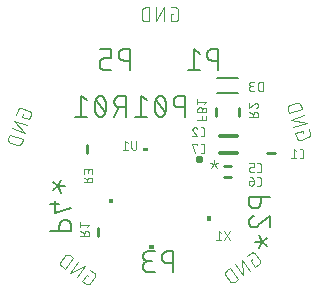
<source format=gbr>
G04 EAGLE Gerber RS-274X export*
G75*
%MOMM*%
%FSLAX34Y34*%
%LPD*%
%INSilkscreen Bottom*%
%IPPOS*%
%AMOC8*
5,1,8,0,0,1.08239X$1,22.5*%
G01*
%ADD10C,0.101600*%
%ADD11C,0.152400*%
%ADD12C,0.254000*%
%ADD13C,0.076200*%
%ADD14C,0.304800*%
%ADD15C,0.050800*%
%ADD16C,0.150000*%

G36*
X-10596Y122557D02*
X-10596Y122557D01*
X-10594Y122556D01*
X-10551Y122576D01*
X-10507Y122594D01*
X-10507Y122596D01*
X-10505Y122597D01*
X-10472Y122682D01*
X-10472Y125222D01*
X-10473Y125224D01*
X-10472Y125226D01*
X-10492Y125269D01*
X-10510Y125313D01*
X-10512Y125313D01*
X-10513Y125315D01*
X-10598Y125348D01*
X-14408Y125348D01*
X-14410Y125347D01*
X-14412Y125348D01*
X-14455Y125328D01*
X-14499Y125310D01*
X-14499Y125308D01*
X-14501Y125307D01*
X-14534Y125222D01*
X-14534Y122682D01*
X-14533Y122680D01*
X-14534Y122678D01*
X-14514Y122635D01*
X-14496Y122591D01*
X-14494Y122591D01*
X-14493Y122589D01*
X-14408Y122556D01*
X-10598Y122556D01*
X-10596Y122557D01*
G37*
G36*
X-40130Y78019D02*
X-40130Y78019D01*
X-40128Y78018D01*
X-40085Y78038D01*
X-40041Y78056D01*
X-40041Y78058D01*
X-40039Y78059D01*
X-40006Y78144D01*
X-40006Y81954D01*
X-40007Y81956D01*
X-40006Y81958D01*
X-40026Y82001D01*
X-40044Y82045D01*
X-40046Y82045D01*
X-40047Y82047D01*
X-40132Y82080D01*
X-42672Y82080D01*
X-42674Y82079D01*
X-42676Y82080D01*
X-42719Y82060D01*
X-42763Y82042D01*
X-42763Y82040D01*
X-42765Y82039D01*
X-42798Y81954D01*
X-42798Y78144D01*
X-42797Y78142D01*
X-42798Y78140D01*
X-42778Y78097D01*
X-42760Y78053D01*
X-42758Y78053D01*
X-42757Y78051D01*
X-42672Y78018D01*
X-40132Y78018D01*
X-40130Y78019D01*
G37*
G36*
X42674Y63016D02*
X42674Y63016D01*
X42676Y63015D01*
X42719Y63035D01*
X42763Y63053D01*
X42763Y63055D01*
X42765Y63056D01*
X42798Y63141D01*
X42798Y66951D01*
X42797Y66953D01*
X42798Y66955D01*
X42778Y66998D01*
X42760Y67042D01*
X42758Y67042D01*
X42757Y67044D01*
X42672Y67077D01*
X40132Y67077D01*
X40130Y67076D01*
X40128Y67077D01*
X40085Y67057D01*
X40041Y67039D01*
X40041Y67037D01*
X40039Y67036D01*
X40006Y66951D01*
X40006Y63141D01*
X40007Y63139D01*
X40006Y63137D01*
X40026Y63094D01*
X40044Y63050D01*
X40046Y63050D01*
X40047Y63048D01*
X40132Y63015D01*
X42672Y63015D01*
X42674Y63016D01*
G37*
G36*
X-5595Y39753D02*
X-5595Y39753D01*
X-5593Y39752D01*
X-5550Y39772D01*
X-5506Y39790D01*
X-5506Y39792D01*
X-5504Y39793D01*
X-5471Y39878D01*
X-5471Y42418D01*
X-5472Y42420D01*
X-5471Y42422D01*
X-5491Y42465D01*
X-5509Y42509D01*
X-5511Y42509D01*
X-5512Y42511D01*
X-5597Y42544D01*
X-9407Y42544D01*
X-9409Y42543D01*
X-9411Y42544D01*
X-9454Y42524D01*
X-9498Y42506D01*
X-9498Y42504D01*
X-9500Y42503D01*
X-9533Y42418D01*
X-9533Y39878D01*
X-9532Y39876D01*
X-9533Y39874D01*
X-9513Y39831D01*
X-9495Y39787D01*
X-9493Y39787D01*
X-9492Y39785D01*
X-9407Y39752D01*
X-5597Y39752D01*
X-5595Y39753D01*
G37*
D10*
X-60655Y16347D02*
X-62231Y17492D01*
X-66046Y12240D01*
X-62895Y9951D01*
X-62813Y9894D01*
X-62730Y9840D01*
X-62644Y9790D01*
X-62556Y9742D01*
X-62467Y9699D01*
X-62376Y9658D01*
X-62284Y9622D01*
X-62190Y9588D01*
X-62095Y9559D01*
X-61999Y9533D01*
X-61902Y9510D01*
X-61805Y9492D01*
X-61706Y9477D01*
X-61607Y9466D01*
X-61508Y9459D01*
X-61409Y9455D01*
X-61309Y9456D01*
X-61210Y9460D01*
X-61111Y9468D01*
X-61012Y9480D01*
X-60914Y9495D01*
X-60816Y9515D01*
X-60720Y9538D01*
X-60624Y9564D01*
X-60529Y9595D01*
X-60436Y9629D01*
X-60343Y9666D01*
X-60253Y9707D01*
X-60164Y9752D01*
X-60077Y9799D01*
X-59991Y9851D01*
X-59908Y9905D01*
X-59827Y9963D01*
X-59748Y10023D01*
X-59672Y10087D01*
X-59598Y10153D01*
X-59526Y10222D01*
X-59458Y10294D01*
X-59392Y10369D01*
X-59329Y10446D01*
X-59269Y10525D01*
X-55453Y15777D01*
X-55454Y15777D02*
X-55397Y15859D01*
X-55343Y15942D01*
X-55293Y16028D01*
X-55245Y16116D01*
X-55202Y16205D01*
X-55161Y16296D01*
X-55125Y16388D01*
X-55091Y16482D01*
X-55062Y16577D01*
X-55036Y16673D01*
X-55013Y16770D01*
X-54995Y16867D01*
X-54980Y16966D01*
X-54969Y17065D01*
X-54962Y17164D01*
X-54958Y17263D01*
X-54959Y17363D01*
X-54963Y17462D01*
X-54971Y17561D01*
X-54983Y17660D01*
X-54998Y17758D01*
X-55018Y17856D01*
X-55041Y17952D01*
X-55067Y18048D01*
X-55098Y18143D01*
X-55132Y18236D01*
X-55169Y18329D01*
X-55210Y18419D01*
X-55255Y18508D01*
X-55302Y18595D01*
X-55354Y18681D01*
X-55408Y18764D01*
X-55466Y18845D01*
X-55526Y18924D01*
X-55590Y19000D01*
X-55656Y19074D01*
X-55725Y19146D01*
X-55797Y19214D01*
X-55872Y19280D01*
X-55949Y19343D01*
X-56028Y19403D01*
X-59178Y21693D01*
X-63791Y25044D02*
X-70658Y15591D01*
X-75910Y19406D02*
X-63791Y25044D01*
X-69042Y28859D02*
X-75910Y19406D01*
X-80522Y22757D02*
X-73654Y32210D01*
X-76280Y34117D01*
X-76279Y34118D02*
X-76372Y34183D01*
X-76467Y34245D01*
X-76564Y34303D01*
X-76663Y34358D01*
X-76764Y34409D01*
X-76867Y34457D01*
X-76971Y34502D01*
X-77077Y34542D01*
X-77184Y34579D01*
X-77292Y34612D01*
X-77402Y34642D01*
X-77512Y34667D01*
X-77623Y34689D01*
X-77735Y34706D01*
X-77848Y34720D01*
X-77961Y34730D01*
X-78074Y34736D01*
X-78187Y34738D01*
X-78300Y34736D01*
X-78413Y34730D01*
X-78526Y34720D01*
X-78639Y34706D01*
X-78751Y34689D01*
X-78862Y34667D01*
X-78972Y34642D01*
X-79082Y34612D01*
X-79190Y34579D01*
X-79297Y34542D01*
X-79403Y34502D01*
X-79507Y34457D01*
X-79610Y34409D01*
X-79711Y34358D01*
X-79810Y34303D01*
X-79907Y34245D01*
X-80002Y34183D01*
X-80095Y34118D01*
X-80185Y34050D01*
X-80274Y33979D01*
X-80359Y33904D01*
X-80442Y33827D01*
X-80522Y33747D01*
X-80599Y33664D01*
X-80674Y33578D01*
X-80745Y33490D01*
X-80813Y33400D01*
X-80813Y33399D02*
X-83865Y29198D01*
X-83866Y29199D02*
X-83931Y29106D01*
X-83993Y29011D01*
X-84051Y28914D01*
X-84106Y28815D01*
X-84157Y28714D01*
X-84205Y28611D01*
X-84250Y28507D01*
X-84290Y28401D01*
X-84327Y28294D01*
X-84360Y28186D01*
X-84390Y28076D01*
X-84415Y27966D01*
X-84437Y27855D01*
X-84454Y27743D01*
X-84468Y27630D01*
X-84478Y27517D01*
X-84484Y27404D01*
X-84486Y27291D01*
X-84484Y27178D01*
X-84478Y27065D01*
X-84468Y26952D01*
X-84454Y26839D01*
X-84437Y26727D01*
X-84415Y26616D01*
X-84390Y26506D01*
X-84360Y26396D01*
X-84327Y26288D01*
X-84290Y26181D01*
X-84250Y26075D01*
X-84205Y25971D01*
X-84157Y25868D01*
X-84106Y25767D01*
X-84051Y25668D01*
X-83993Y25571D01*
X-83931Y25476D01*
X-83866Y25383D01*
X-83798Y25293D01*
X-83727Y25205D01*
X-83652Y25119D01*
X-83575Y25036D01*
X-83495Y24956D01*
X-83412Y24879D01*
X-83326Y24804D01*
X-83238Y24733D01*
X-83148Y24665D01*
X-83147Y24665D02*
X-80522Y22757D01*
X76706Y29596D02*
X78282Y30741D01*
X76706Y29596D02*
X80522Y24345D01*
X83673Y26634D01*
X83672Y26634D02*
X83751Y26694D01*
X83828Y26757D01*
X83903Y26823D01*
X83975Y26891D01*
X84044Y26963D01*
X84110Y27037D01*
X84174Y27113D01*
X84234Y27192D01*
X84292Y27273D01*
X84346Y27356D01*
X84398Y27442D01*
X84445Y27529D01*
X84490Y27618D01*
X84531Y27708D01*
X84568Y27801D01*
X84602Y27894D01*
X84633Y27989D01*
X84659Y28085D01*
X84682Y28181D01*
X84702Y28279D01*
X84717Y28377D01*
X84729Y28476D01*
X84737Y28575D01*
X84741Y28674D01*
X84742Y28774D01*
X84738Y28873D01*
X84731Y28972D01*
X84720Y29071D01*
X84705Y29170D01*
X84687Y29267D01*
X84664Y29364D01*
X84638Y29460D01*
X84609Y29555D01*
X84575Y29649D01*
X84539Y29741D01*
X84498Y29832D01*
X84455Y29921D01*
X84407Y30009D01*
X84357Y30095D01*
X84303Y30178D01*
X84246Y30260D01*
X84247Y30261D02*
X80432Y35512D01*
X80372Y35592D01*
X80309Y35669D01*
X80243Y35743D01*
X80174Y35815D01*
X80103Y35885D01*
X80029Y35951D01*
X79952Y36015D01*
X79874Y36075D01*
X79792Y36133D01*
X79709Y36187D01*
X79624Y36238D01*
X79537Y36286D01*
X79448Y36331D01*
X79357Y36372D01*
X79265Y36409D01*
X79171Y36443D01*
X79077Y36474D01*
X78981Y36500D01*
X78884Y36523D01*
X78786Y36543D01*
X78688Y36558D01*
X78589Y36570D01*
X78490Y36578D01*
X78391Y36582D01*
X78291Y36583D01*
X78192Y36579D01*
X78093Y36572D01*
X77994Y36561D01*
X77895Y36546D01*
X77798Y36528D01*
X77701Y36505D01*
X77605Y36479D01*
X77510Y36450D01*
X77416Y36416D01*
X77323Y36380D01*
X77233Y36339D01*
X77143Y36295D01*
X77056Y36248D01*
X76970Y36198D01*
X76886Y36144D01*
X76805Y36087D01*
X73654Y33797D01*
X69042Y30446D02*
X75910Y20994D01*
X70658Y17178D02*
X69042Y30446D01*
X63791Y26631D02*
X70658Y17178D01*
X66046Y13827D02*
X59179Y23280D01*
X56553Y21372D01*
X56553Y21373D02*
X56463Y21305D01*
X56375Y21234D01*
X56289Y21159D01*
X56206Y21082D01*
X56126Y21002D01*
X56049Y20919D01*
X55974Y20834D01*
X55903Y20745D01*
X55835Y20655D01*
X55770Y20562D01*
X55708Y20467D01*
X55650Y20370D01*
X55595Y20271D01*
X55544Y20170D01*
X55496Y20067D01*
X55451Y19963D01*
X55411Y19857D01*
X55374Y19750D01*
X55341Y19642D01*
X55311Y19532D01*
X55286Y19422D01*
X55264Y19311D01*
X55247Y19199D01*
X55233Y19086D01*
X55223Y18973D01*
X55217Y18860D01*
X55215Y18747D01*
X55217Y18634D01*
X55223Y18521D01*
X55233Y18408D01*
X55247Y18295D01*
X55264Y18183D01*
X55286Y18072D01*
X55311Y17962D01*
X55341Y17852D01*
X55374Y17744D01*
X55411Y17637D01*
X55451Y17531D01*
X55496Y17427D01*
X55544Y17324D01*
X55595Y17223D01*
X55650Y17124D01*
X55708Y17027D01*
X55770Y16932D01*
X55835Y16839D01*
X58887Y12638D01*
X58887Y12637D02*
X58955Y12547D01*
X59026Y12459D01*
X59101Y12373D01*
X59178Y12290D01*
X59258Y12210D01*
X59341Y12133D01*
X59427Y12058D01*
X59515Y11987D01*
X59605Y11919D01*
X59698Y11854D01*
X59793Y11792D01*
X59890Y11734D01*
X59989Y11679D01*
X60090Y11628D01*
X60193Y11580D01*
X60297Y11535D01*
X60403Y11495D01*
X60510Y11458D01*
X60618Y11425D01*
X60728Y11395D01*
X60838Y11370D01*
X60949Y11348D01*
X61061Y11331D01*
X61174Y11317D01*
X61287Y11307D01*
X61400Y11301D01*
X61513Y11299D01*
X61626Y11301D01*
X61739Y11307D01*
X61852Y11317D01*
X61965Y11331D01*
X62077Y11348D01*
X62188Y11370D01*
X62298Y11395D01*
X62408Y11425D01*
X62516Y11458D01*
X62623Y11495D01*
X62729Y11535D01*
X62833Y11580D01*
X62936Y11628D01*
X63037Y11679D01*
X63136Y11734D01*
X63233Y11792D01*
X63328Y11854D01*
X63421Y11919D01*
X63421Y11920D02*
X66046Y13827D01*
X10894Y238774D02*
X8946Y238774D01*
X8946Y232283D01*
X12841Y232283D01*
X12940Y232285D01*
X13040Y232291D01*
X13139Y232300D01*
X13237Y232313D01*
X13335Y232330D01*
X13433Y232351D01*
X13529Y232376D01*
X13624Y232404D01*
X13718Y232436D01*
X13811Y232471D01*
X13903Y232510D01*
X13993Y232553D01*
X14081Y232598D01*
X14168Y232648D01*
X14252Y232700D01*
X14335Y232756D01*
X14415Y232814D01*
X14493Y232876D01*
X14568Y232941D01*
X14641Y233009D01*
X14711Y233079D01*
X14779Y233152D01*
X14844Y233227D01*
X14906Y233305D01*
X14964Y233385D01*
X15020Y233468D01*
X15072Y233552D01*
X15122Y233639D01*
X15167Y233727D01*
X15210Y233817D01*
X15249Y233909D01*
X15284Y234002D01*
X15316Y234096D01*
X15344Y234191D01*
X15369Y234287D01*
X15390Y234385D01*
X15407Y234483D01*
X15420Y234581D01*
X15429Y234680D01*
X15435Y234780D01*
X15437Y234879D01*
X15438Y234879D02*
X15438Y241371D01*
X15437Y241371D02*
X15435Y241470D01*
X15429Y241570D01*
X15420Y241669D01*
X15407Y241767D01*
X15390Y241865D01*
X15369Y241963D01*
X15344Y242059D01*
X15316Y242154D01*
X15284Y242248D01*
X15249Y242341D01*
X15210Y242433D01*
X15167Y242523D01*
X15122Y242611D01*
X15072Y242698D01*
X15020Y242782D01*
X14964Y242865D01*
X14906Y242945D01*
X14844Y243023D01*
X14779Y243098D01*
X14711Y243171D01*
X14641Y243241D01*
X14568Y243309D01*
X14493Y243374D01*
X14415Y243436D01*
X14335Y243494D01*
X14252Y243550D01*
X14168Y243602D01*
X14081Y243652D01*
X13993Y243697D01*
X13903Y243740D01*
X13811Y243779D01*
X13718Y243814D01*
X13624Y243846D01*
X13529Y243874D01*
X13433Y243899D01*
X13335Y243920D01*
X13237Y243937D01*
X13139Y243950D01*
X13040Y243959D01*
X12940Y243965D01*
X12841Y243967D01*
X8946Y243967D01*
X3246Y243967D02*
X3246Y232283D01*
X-3246Y232283D02*
X3246Y243967D01*
X-3246Y243967D02*
X-3246Y232283D01*
X-8946Y232283D02*
X-8946Y243967D01*
X-12192Y243967D01*
X-12305Y243965D01*
X-12418Y243959D01*
X-12531Y243949D01*
X-12644Y243935D01*
X-12756Y243918D01*
X-12867Y243896D01*
X-12977Y243871D01*
X-13087Y243841D01*
X-13195Y243808D01*
X-13302Y243771D01*
X-13408Y243731D01*
X-13512Y243686D01*
X-13615Y243638D01*
X-13716Y243587D01*
X-13815Y243532D01*
X-13912Y243474D01*
X-14007Y243412D01*
X-14100Y243347D01*
X-14190Y243279D01*
X-14278Y243208D01*
X-14364Y243133D01*
X-14447Y243056D01*
X-14527Y242976D01*
X-14604Y242893D01*
X-14679Y242807D01*
X-14750Y242719D01*
X-14818Y242629D01*
X-14883Y242536D01*
X-14945Y242441D01*
X-15003Y242344D01*
X-15058Y242245D01*
X-15109Y242144D01*
X-15157Y242041D01*
X-15202Y241937D01*
X-15242Y241831D01*
X-15279Y241724D01*
X-15312Y241616D01*
X-15342Y241506D01*
X-15367Y241396D01*
X-15389Y241285D01*
X-15406Y241173D01*
X-15420Y241060D01*
X-15430Y240947D01*
X-15436Y240834D01*
X-15438Y240721D01*
X-15438Y235529D01*
X-15436Y235416D01*
X-15430Y235303D01*
X-15420Y235190D01*
X-15406Y235077D01*
X-15389Y234965D01*
X-15367Y234854D01*
X-15342Y234744D01*
X-15312Y234634D01*
X-15279Y234526D01*
X-15242Y234419D01*
X-15202Y234313D01*
X-15157Y234209D01*
X-15109Y234106D01*
X-15058Y234005D01*
X-15003Y233906D01*
X-14945Y233809D01*
X-14883Y233714D01*
X-14818Y233621D01*
X-14750Y233531D01*
X-14679Y233443D01*
X-14604Y233357D01*
X-14527Y233274D01*
X-14447Y233194D01*
X-14364Y233117D01*
X-14278Y233042D01*
X-14190Y232971D01*
X-14100Y232903D01*
X-14007Y232838D01*
X-13912Y232776D01*
X-13815Y232718D01*
X-13716Y232663D01*
X-13615Y232612D01*
X-13512Y232564D01*
X-13408Y232519D01*
X-13302Y232479D01*
X-13195Y232442D01*
X-13087Y232409D01*
X-12977Y232379D01*
X-12867Y232354D01*
X-12756Y232332D01*
X-12644Y232315D01*
X-12531Y232301D01*
X-12418Y232291D01*
X-12305Y232285D01*
X-12192Y232283D01*
X-8946Y232283D01*
X-116314Y153436D02*
X-116915Y151584D01*
X-110742Y149578D01*
X-109538Y153282D01*
X-109539Y153283D02*
X-109510Y153378D01*
X-109485Y153474D01*
X-109463Y153571D01*
X-109446Y153669D01*
X-109431Y153768D01*
X-109421Y153866D01*
X-109415Y153966D01*
X-109412Y154065D01*
X-109413Y154165D01*
X-109418Y154264D01*
X-109427Y154363D01*
X-109439Y154462D01*
X-109456Y154560D01*
X-109476Y154657D01*
X-109500Y154754D01*
X-109527Y154849D01*
X-109558Y154944D01*
X-109593Y155037D01*
X-109631Y155129D01*
X-109673Y155219D01*
X-109718Y155308D01*
X-109766Y155394D01*
X-109818Y155479D01*
X-109873Y155562D01*
X-109931Y155643D01*
X-109993Y155721D01*
X-110057Y155797D01*
X-110124Y155871D01*
X-110194Y155942D01*
X-110266Y156010D01*
X-110341Y156075D01*
X-110418Y156137D01*
X-110498Y156197D01*
X-110580Y156253D01*
X-110664Y156306D01*
X-110750Y156356D01*
X-110838Y156403D01*
X-110928Y156446D01*
X-111019Y156485D01*
X-111112Y156521D01*
X-111206Y156554D01*
X-111205Y156554D02*
X-117379Y158560D01*
X-117379Y158559D02*
X-117474Y158588D01*
X-117570Y158613D01*
X-117667Y158635D01*
X-117765Y158652D01*
X-117864Y158667D01*
X-117962Y158677D01*
X-118062Y158683D01*
X-118161Y158686D01*
X-118261Y158685D01*
X-118360Y158680D01*
X-118459Y158671D01*
X-118558Y158659D01*
X-118656Y158642D01*
X-118753Y158622D01*
X-118850Y158598D01*
X-118945Y158571D01*
X-119040Y158540D01*
X-119133Y158505D01*
X-119225Y158467D01*
X-119315Y158425D01*
X-119404Y158380D01*
X-119490Y158332D01*
X-119575Y158280D01*
X-119658Y158225D01*
X-119739Y158167D01*
X-119817Y158105D01*
X-119893Y158041D01*
X-119967Y157974D01*
X-120038Y157904D01*
X-120106Y157832D01*
X-120171Y157757D01*
X-120233Y157680D01*
X-120293Y157600D01*
X-120349Y157518D01*
X-120402Y157434D01*
X-120452Y157348D01*
X-120499Y157260D01*
X-120542Y157170D01*
X-120581Y157079D01*
X-120617Y156986D01*
X-120650Y156892D01*
X-120651Y156893D02*
X-121854Y153189D01*
X-123616Y147767D02*
X-112504Y144156D01*
X-114509Y137983D02*
X-123616Y147767D01*
X-125622Y141594D02*
X-114509Y137983D01*
X-116271Y132561D02*
X-127383Y136172D01*
X-128386Y133085D01*
X-128387Y133085D02*
X-128420Y132977D01*
X-128450Y132867D01*
X-128475Y132757D01*
X-128497Y132646D01*
X-128514Y132534D01*
X-128528Y132421D01*
X-128538Y132308D01*
X-128544Y132195D01*
X-128546Y132082D01*
X-128544Y131969D01*
X-128538Y131856D01*
X-128528Y131743D01*
X-128514Y131630D01*
X-128497Y131518D01*
X-128475Y131407D01*
X-128450Y131297D01*
X-128420Y131187D01*
X-128387Y131079D01*
X-128350Y130972D01*
X-128310Y130866D01*
X-128265Y130762D01*
X-128217Y130659D01*
X-128166Y130558D01*
X-128111Y130459D01*
X-128053Y130362D01*
X-127991Y130267D01*
X-127926Y130174D01*
X-127858Y130084D01*
X-127787Y129996D01*
X-127712Y129910D01*
X-127635Y129827D01*
X-127555Y129747D01*
X-127472Y129670D01*
X-127386Y129595D01*
X-127298Y129524D01*
X-127208Y129456D01*
X-127115Y129391D01*
X-127020Y129329D01*
X-126923Y129271D01*
X-126824Y129216D01*
X-126723Y129165D01*
X-126620Y129117D01*
X-126516Y129072D01*
X-126410Y129032D01*
X-126303Y128995D01*
X-126302Y128995D02*
X-121364Y127391D01*
X-121364Y127390D02*
X-121256Y127357D01*
X-121146Y127327D01*
X-121036Y127302D01*
X-120925Y127280D01*
X-120813Y127263D01*
X-120700Y127249D01*
X-120587Y127239D01*
X-120474Y127233D01*
X-120361Y127231D01*
X-120248Y127233D01*
X-120135Y127239D01*
X-120022Y127249D01*
X-119909Y127263D01*
X-119797Y127280D01*
X-119686Y127302D01*
X-119576Y127327D01*
X-119466Y127357D01*
X-119358Y127390D01*
X-119251Y127427D01*
X-119145Y127467D01*
X-119041Y127512D01*
X-118938Y127560D01*
X-118837Y127611D01*
X-118738Y127666D01*
X-118641Y127724D01*
X-118546Y127786D01*
X-118453Y127851D01*
X-118363Y127919D01*
X-118274Y127990D01*
X-118189Y128065D01*
X-118106Y128142D01*
X-118026Y128222D01*
X-117949Y128305D01*
X-117874Y128391D01*
X-117803Y128479D01*
X-117735Y128569D01*
X-117670Y128662D01*
X-117608Y128757D01*
X-117550Y128854D01*
X-117495Y128953D01*
X-117443Y129054D01*
X-117396Y129157D01*
X-117351Y129261D01*
X-117311Y129367D01*
X-117274Y129474D01*
X-116271Y132561D01*
X120857Y139330D02*
X121459Y137477D01*
X120857Y139330D02*
X114684Y137324D01*
X115887Y133620D01*
X115888Y133620D02*
X115921Y133526D01*
X115957Y133433D01*
X115996Y133342D01*
X116039Y133252D01*
X116086Y133164D01*
X116136Y133078D01*
X116189Y132994D01*
X116245Y132912D01*
X116305Y132832D01*
X116367Y132755D01*
X116432Y132680D01*
X116500Y132608D01*
X116571Y132538D01*
X116645Y132471D01*
X116721Y132407D01*
X116799Y132345D01*
X116880Y132287D01*
X116963Y132232D01*
X117048Y132180D01*
X117134Y132132D01*
X117223Y132087D01*
X117313Y132045D01*
X117405Y132007D01*
X117498Y131972D01*
X117593Y131941D01*
X117688Y131914D01*
X117785Y131890D01*
X117882Y131870D01*
X117980Y131853D01*
X118079Y131841D01*
X118178Y131832D01*
X118277Y131827D01*
X118377Y131826D01*
X118476Y131829D01*
X118576Y131835D01*
X118674Y131845D01*
X118773Y131860D01*
X118871Y131877D01*
X118968Y131899D01*
X119064Y131924D01*
X119159Y131953D01*
X125332Y133958D01*
X125332Y133959D02*
X125426Y133992D01*
X125519Y134028D01*
X125610Y134067D01*
X125700Y134110D01*
X125788Y134157D01*
X125874Y134207D01*
X125958Y134260D01*
X126040Y134316D01*
X126120Y134376D01*
X126197Y134438D01*
X126272Y134503D01*
X126344Y134571D01*
X126414Y134642D01*
X126481Y134716D01*
X126545Y134792D01*
X126607Y134870D01*
X126665Y134951D01*
X126720Y135034D01*
X126772Y135119D01*
X126820Y135205D01*
X126865Y135294D01*
X126907Y135384D01*
X126945Y135476D01*
X126980Y135569D01*
X127011Y135664D01*
X127038Y135759D01*
X127062Y135856D01*
X127082Y135953D01*
X127099Y136051D01*
X127111Y136150D01*
X127120Y136249D01*
X127125Y136348D01*
X127126Y136448D01*
X127123Y136547D01*
X127117Y136647D01*
X127107Y136745D01*
X127092Y136844D01*
X127075Y136942D01*
X127053Y137039D01*
X127028Y137135D01*
X126999Y137230D01*
X125796Y140934D01*
X124034Y146356D02*
X112922Y142745D01*
X110916Y148919D02*
X124034Y146356D01*
X122028Y152529D02*
X110916Y148919D01*
X109154Y154341D02*
X120267Y157951D01*
X119264Y161038D01*
X119227Y161145D01*
X119187Y161251D01*
X119142Y161355D01*
X119094Y161458D01*
X119043Y161559D01*
X118988Y161658D01*
X118930Y161755D01*
X118868Y161850D01*
X118803Y161943D01*
X118735Y162033D01*
X118664Y162121D01*
X118589Y162207D01*
X118512Y162290D01*
X118432Y162370D01*
X118349Y162447D01*
X118263Y162522D01*
X118175Y162593D01*
X118085Y162661D01*
X117992Y162726D01*
X117897Y162788D01*
X117800Y162846D01*
X117701Y162901D01*
X117600Y162952D01*
X117497Y163000D01*
X117393Y163045D01*
X117287Y163085D01*
X117180Y163122D01*
X117072Y163155D01*
X116962Y163185D01*
X116852Y163210D01*
X116741Y163232D01*
X116629Y163249D01*
X116516Y163263D01*
X116403Y163273D01*
X116290Y163279D01*
X116177Y163281D01*
X116064Y163279D01*
X115951Y163273D01*
X115838Y163263D01*
X115725Y163249D01*
X115613Y163232D01*
X115502Y163210D01*
X115392Y163185D01*
X115282Y163155D01*
X115174Y163122D01*
X110235Y161517D01*
X110128Y161480D01*
X110022Y161440D01*
X109918Y161395D01*
X109815Y161347D01*
X109714Y161296D01*
X109615Y161241D01*
X109518Y161183D01*
X109423Y161121D01*
X109330Y161056D01*
X109240Y160988D01*
X109152Y160917D01*
X109066Y160842D01*
X108983Y160765D01*
X108903Y160685D01*
X108826Y160602D01*
X108751Y160516D01*
X108680Y160428D01*
X108612Y160338D01*
X108547Y160245D01*
X108485Y160150D01*
X108427Y160053D01*
X108372Y159954D01*
X108321Y159853D01*
X108273Y159750D01*
X108228Y159646D01*
X108188Y159540D01*
X108151Y159433D01*
X108118Y159325D01*
X108088Y159215D01*
X108063Y159105D01*
X108041Y158994D01*
X108024Y158882D01*
X108010Y158769D01*
X108000Y158656D01*
X107994Y158543D01*
X107992Y158430D01*
X107994Y158317D01*
X108000Y158204D01*
X108010Y158091D01*
X108024Y157978D01*
X108041Y157866D01*
X108063Y157755D01*
X108088Y157645D01*
X108118Y157535D01*
X108151Y157427D01*
X108152Y157427D02*
X109154Y154341D01*
D11*
X49449Y191135D02*
X49449Y208915D01*
X44510Y208915D01*
X44370Y208913D01*
X44231Y208907D01*
X44091Y208897D01*
X43952Y208883D01*
X43813Y208866D01*
X43675Y208844D01*
X43538Y208818D01*
X43401Y208789D01*
X43265Y208756D01*
X43131Y208719D01*
X42997Y208678D01*
X42865Y208633D01*
X42733Y208584D01*
X42604Y208532D01*
X42476Y208477D01*
X42349Y208417D01*
X42224Y208354D01*
X42101Y208288D01*
X41980Y208218D01*
X41861Y208145D01*
X41744Y208068D01*
X41630Y207988D01*
X41517Y207905D01*
X41407Y207819D01*
X41300Y207729D01*
X41195Y207637D01*
X41093Y207542D01*
X40993Y207444D01*
X40896Y207343D01*
X40802Y207239D01*
X40712Y207133D01*
X40624Y207024D01*
X40539Y206913D01*
X40458Y206799D01*
X40379Y206684D01*
X40304Y206566D01*
X40233Y206446D01*
X40165Y206323D01*
X40100Y206200D01*
X40039Y206074D01*
X39981Y205946D01*
X39927Y205818D01*
X39877Y205687D01*
X39830Y205555D01*
X39787Y205422D01*
X39748Y205288D01*
X39713Y205153D01*
X39682Y205017D01*
X39654Y204879D01*
X39631Y204742D01*
X39611Y204603D01*
X39595Y204464D01*
X39583Y204325D01*
X39575Y204186D01*
X39571Y204046D01*
X39571Y203906D01*
X39575Y203766D01*
X39583Y203627D01*
X39595Y203488D01*
X39611Y203349D01*
X39631Y203210D01*
X39654Y203073D01*
X39682Y202935D01*
X39713Y202799D01*
X39748Y202664D01*
X39787Y202530D01*
X39830Y202397D01*
X39877Y202265D01*
X39927Y202134D01*
X39981Y202006D01*
X40039Y201878D01*
X40100Y201752D01*
X40165Y201629D01*
X40233Y201506D01*
X40304Y201386D01*
X40379Y201268D01*
X40458Y201153D01*
X40539Y201039D01*
X40624Y200928D01*
X40712Y200819D01*
X40802Y200713D01*
X40896Y200609D01*
X40993Y200508D01*
X41093Y200410D01*
X41195Y200315D01*
X41300Y200223D01*
X41407Y200133D01*
X41517Y200047D01*
X41630Y199964D01*
X41744Y199884D01*
X41861Y199807D01*
X41980Y199734D01*
X42101Y199664D01*
X42224Y199598D01*
X42349Y199535D01*
X42476Y199475D01*
X42604Y199420D01*
X42733Y199368D01*
X42865Y199319D01*
X42997Y199274D01*
X43131Y199233D01*
X43265Y199196D01*
X43401Y199163D01*
X43538Y199134D01*
X43675Y199108D01*
X43813Y199086D01*
X43952Y199069D01*
X44091Y199055D01*
X44231Y199045D01*
X44370Y199039D01*
X44510Y199037D01*
X49449Y199037D01*
X33454Y204964D02*
X28515Y208915D01*
X28515Y191135D01*
X33454Y191135D02*
X23576Y191135D01*
X11349Y37465D02*
X11349Y19685D01*
X11349Y37465D02*
X6410Y37465D01*
X6270Y37463D01*
X6131Y37457D01*
X5991Y37447D01*
X5852Y37433D01*
X5713Y37416D01*
X5575Y37394D01*
X5438Y37368D01*
X5301Y37339D01*
X5165Y37306D01*
X5031Y37269D01*
X4897Y37228D01*
X4765Y37183D01*
X4633Y37134D01*
X4504Y37082D01*
X4376Y37027D01*
X4249Y36967D01*
X4124Y36904D01*
X4001Y36838D01*
X3880Y36768D01*
X3761Y36695D01*
X3644Y36618D01*
X3530Y36538D01*
X3417Y36455D01*
X3307Y36369D01*
X3200Y36279D01*
X3095Y36187D01*
X2993Y36092D01*
X2893Y35994D01*
X2796Y35893D01*
X2702Y35789D01*
X2612Y35683D01*
X2524Y35574D01*
X2439Y35463D01*
X2358Y35349D01*
X2279Y35234D01*
X2204Y35116D01*
X2133Y34995D01*
X2065Y34873D01*
X2000Y34750D01*
X1939Y34624D01*
X1881Y34496D01*
X1827Y34368D01*
X1777Y34237D01*
X1730Y34105D01*
X1687Y33972D01*
X1648Y33838D01*
X1613Y33703D01*
X1582Y33567D01*
X1554Y33429D01*
X1531Y33292D01*
X1511Y33153D01*
X1495Y33014D01*
X1483Y32875D01*
X1475Y32736D01*
X1471Y32596D01*
X1471Y32456D01*
X1475Y32316D01*
X1483Y32177D01*
X1495Y32038D01*
X1511Y31899D01*
X1531Y31760D01*
X1554Y31623D01*
X1582Y31485D01*
X1613Y31349D01*
X1648Y31214D01*
X1687Y31080D01*
X1730Y30947D01*
X1777Y30815D01*
X1827Y30684D01*
X1881Y30556D01*
X1939Y30428D01*
X2000Y30302D01*
X2065Y30179D01*
X2133Y30056D01*
X2204Y29936D01*
X2279Y29818D01*
X2358Y29703D01*
X2439Y29589D01*
X2524Y29478D01*
X2612Y29369D01*
X2702Y29263D01*
X2796Y29159D01*
X2893Y29058D01*
X2993Y28960D01*
X3095Y28865D01*
X3200Y28773D01*
X3307Y28683D01*
X3417Y28597D01*
X3530Y28514D01*
X3644Y28434D01*
X3761Y28357D01*
X3880Y28284D01*
X4001Y28214D01*
X4124Y28148D01*
X4249Y28085D01*
X4376Y28025D01*
X4504Y27970D01*
X4633Y27918D01*
X4765Y27869D01*
X4897Y27824D01*
X5031Y27783D01*
X5165Y27746D01*
X5301Y27713D01*
X5438Y27684D01*
X5575Y27658D01*
X5713Y27636D01*
X5852Y27619D01*
X5991Y27605D01*
X6131Y27595D01*
X6270Y27589D01*
X6410Y27587D01*
X11349Y27587D01*
X-4646Y19685D02*
X-9585Y19685D01*
X-9725Y19687D01*
X-9864Y19693D01*
X-10004Y19703D01*
X-10143Y19717D01*
X-10282Y19734D01*
X-10420Y19756D01*
X-10557Y19782D01*
X-10694Y19811D01*
X-10830Y19844D01*
X-10964Y19881D01*
X-11098Y19922D01*
X-11230Y19967D01*
X-11362Y20016D01*
X-11491Y20068D01*
X-11619Y20123D01*
X-11746Y20183D01*
X-11871Y20246D01*
X-11994Y20312D01*
X-12115Y20382D01*
X-12234Y20455D01*
X-12351Y20532D01*
X-12465Y20612D01*
X-12578Y20695D01*
X-12688Y20781D01*
X-12795Y20871D01*
X-12900Y20963D01*
X-13002Y21058D01*
X-13102Y21156D01*
X-13199Y21257D01*
X-13293Y21361D01*
X-13383Y21467D01*
X-13471Y21576D01*
X-13556Y21687D01*
X-13637Y21801D01*
X-13716Y21916D01*
X-13791Y22034D01*
X-13862Y22154D01*
X-13930Y22277D01*
X-13995Y22400D01*
X-14056Y22526D01*
X-14114Y22654D01*
X-14168Y22782D01*
X-14218Y22913D01*
X-14265Y23045D01*
X-14308Y23178D01*
X-14347Y23312D01*
X-14382Y23447D01*
X-14413Y23583D01*
X-14441Y23721D01*
X-14464Y23858D01*
X-14484Y23997D01*
X-14500Y24136D01*
X-14512Y24275D01*
X-14520Y24414D01*
X-14524Y24554D01*
X-14524Y24694D01*
X-14520Y24834D01*
X-14512Y24973D01*
X-14500Y25112D01*
X-14484Y25251D01*
X-14464Y25390D01*
X-14441Y25527D01*
X-14413Y25665D01*
X-14382Y25801D01*
X-14347Y25936D01*
X-14308Y26070D01*
X-14265Y26203D01*
X-14218Y26335D01*
X-14168Y26466D01*
X-14114Y26594D01*
X-14056Y26722D01*
X-13995Y26848D01*
X-13930Y26971D01*
X-13862Y27093D01*
X-13791Y27214D01*
X-13716Y27332D01*
X-13637Y27447D01*
X-13556Y27561D01*
X-13471Y27672D01*
X-13383Y27781D01*
X-13293Y27887D01*
X-13199Y27991D01*
X-13102Y28092D01*
X-13002Y28190D01*
X-12900Y28285D01*
X-12795Y28377D01*
X-12688Y28467D01*
X-12578Y28553D01*
X-12465Y28636D01*
X-12351Y28716D01*
X-12234Y28793D01*
X-12115Y28866D01*
X-11994Y28936D01*
X-11871Y29002D01*
X-11746Y29065D01*
X-11619Y29125D01*
X-11491Y29180D01*
X-11362Y29232D01*
X-11230Y29281D01*
X-11098Y29326D01*
X-10964Y29367D01*
X-10830Y29404D01*
X-10694Y29437D01*
X-10557Y29466D01*
X-10420Y29492D01*
X-10282Y29514D01*
X-10143Y29531D01*
X-10004Y29545D01*
X-9864Y29555D01*
X-9725Y29561D01*
X-9585Y29563D01*
X-10573Y37465D02*
X-4646Y37465D01*
X-10573Y37465D02*
X-10697Y37463D01*
X-10821Y37457D01*
X-10945Y37447D01*
X-11068Y37434D01*
X-11191Y37416D01*
X-11313Y37395D01*
X-11435Y37370D01*
X-11556Y37341D01*
X-11675Y37308D01*
X-11794Y37272D01*
X-11911Y37231D01*
X-12027Y37188D01*
X-12142Y37140D01*
X-12255Y37089D01*
X-12367Y37034D01*
X-12476Y36976D01*
X-12584Y36915D01*
X-12690Y36850D01*
X-12794Y36782D01*
X-12895Y36710D01*
X-12995Y36636D01*
X-13091Y36558D01*
X-13186Y36478D01*
X-13278Y36394D01*
X-13367Y36308D01*
X-13453Y36219D01*
X-13537Y36127D01*
X-13617Y36032D01*
X-13695Y35936D01*
X-13769Y35836D01*
X-13841Y35735D01*
X-13909Y35631D01*
X-13974Y35525D01*
X-14035Y35417D01*
X-14093Y35308D01*
X-14148Y35196D01*
X-14199Y35083D01*
X-14247Y34968D01*
X-14290Y34852D01*
X-14331Y34735D01*
X-14367Y34616D01*
X-14400Y34497D01*
X-14429Y34376D01*
X-14454Y34254D01*
X-14475Y34132D01*
X-14493Y34009D01*
X-14506Y33886D01*
X-14516Y33762D01*
X-14522Y33638D01*
X-14524Y33514D01*
X-14522Y33390D01*
X-14516Y33266D01*
X-14506Y33142D01*
X-14493Y33019D01*
X-14475Y32896D01*
X-14454Y32774D01*
X-14429Y32652D01*
X-14400Y32531D01*
X-14367Y32412D01*
X-14331Y32293D01*
X-14290Y32176D01*
X-14247Y32060D01*
X-14199Y31945D01*
X-14148Y31832D01*
X-14093Y31720D01*
X-14035Y31611D01*
X-13974Y31503D01*
X-13909Y31397D01*
X-13841Y31293D01*
X-13769Y31192D01*
X-13695Y31092D01*
X-13617Y30996D01*
X-13537Y30901D01*
X-13453Y30809D01*
X-13367Y30720D01*
X-13278Y30634D01*
X-13186Y30550D01*
X-13091Y30470D01*
X-12995Y30392D01*
X-12895Y30318D01*
X-12794Y30246D01*
X-12690Y30178D01*
X-12584Y30113D01*
X-12476Y30052D01*
X-12367Y29994D01*
X-12255Y29939D01*
X-12142Y29888D01*
X-12027Y29840D01*
X-11911Y29797D01*
X-11794Y29756D01*
X-11675Y29720D01*
X-11556Y29687D01*
X-11435Y29658D01*
X-11313Y29633D01*
X-11191Y29612D01*
X-11068Y29594D01*
X-10945Y29581D01*
X-10821Y29571D01*
X-10697Y29565D01*
X-10573Y29563D01*
X-6622Y29563D01*
X-75248Y54362D02*
X-93028Y54362D01*
X-75248Y54362D02*
X-75248Y59301D01*
X-75247Y59301D02*
X-75249Y59441D01*
X-75255Y59580D01*
X-75265Y59720D01*
X-75279Y59859D01*
X-75296Y59998D01*
X-75318Y60136D01*
X-75344Y60273D01*
X-75373Y60410D01*
X-75406Y60546D01*
X-75443Y60680D01*
X-75484Y60814D01*
X-75529Y60946D01*
X-75578Y61078D01*
X-75630Y61207D01*
X-75685Y61335D01*
X-75745Y61462D01*
X-75808Y61587D01*
X-75874Y61710D01*
X-75944Y61831D01*
X-76017Y61950D01*
X-76094Y62067D01*
X-76174Y62181D01*
X-76257Y62294D01*
X-76343Y62404D01*
X-76433Y62511D01*
X-76525Y62616D01*
X-76620Y62718D01*
X-76718Y62818D01*
X-76819Y62915D01*
X-76923Y63009D01*
X-77029Y63099D01*
X-77138Y63187D01*
X-77249Y63272D01*
X-77363Y63353D01*
X-77478Y63432D01*
X-77596Y63507D01*
X-77717Y63578D01*
X-77839Y63646D01*
X-77962Y63711D01*
X-78088Y63772D01*
X-78216Y63830D01*
X-78344Y63884D01*
X-78475Y63934D01*
X-78607Y63981D01*
X-78740Y64024D01*
X-78874Y64063D01*
X-79009Y64098D01*
X-79145Y64129D01*
X-79283Y64157D01*
X-79420Y64180D01*
X-79559Y64200D01*
X-79698Y64216D01*
X-79837Y64228D01*
X-79976Y64236D01*
X-80116Y64240D01*
X-80256Y64240D01*
X-80396Y64236D01*
X-80535Y64228D01*
X-80674Y64216D01*
X-80813Y64200D01*
X-80952Y64180D01*
X-81089Y64157D01*
X-81227Y64129D01*
X-81363Y64098D01*
X-81498Y64063D01*
X-81632Y64024D01*
X-81765Y63981D01*
X-81897Y63934D01*
X-82028Y63884D01*
X-82156Y63830D01*
X-82284Y63772D01*
X-82410Y63711D01*
X-82533Y63646D01*
X-82656Y63578D01*
X-82776Y63507D01*
X-82894Y63432D01*
X-83009Y63353D01*
X-83123Y63272D01*
X-83234Y63187D01*
X-83343Y63099D01*
X-83449Y63009D01*
X-83553Y62915D01*
X-83654Y62818D01*
X-83752Y62718D01*
X-83847Y62616D01*
X-83939Y62511D01*
X-84029Y62404D01*
X-84115Y62294D01*
X-84198Y62181D01*
X-84278Y62067D01*
X-84355Y61950D01*
X-84428Y61831D01*
X-84498Y61710D01*
X-84564Y61587D01*
X-84627Y61462D01*
X-84687Y61335D01*
X-84742Y61207D01*
X-84794Y61078D01*
X-84843Y60946D01*
X-84888Y60814D01*
X-84929Y60680D01*
X-84966Y60546D01*
X-84999Y60410D01*
X-85028Y60273D01*
X-85054Y60136D01*
X-85076Y59998D01*
X-85093Y59859D01*
X-85107Y59720D01*
X-85117Y59580D01*
X-85123Y59441D01*
X-85125Y59301D01*
X-85125Y54362D01*
X-89076Y70357D02*
X-75248Y74308D01*
X-89076Y70357D02*
X-89076Y80235D01*
X-85125Y77272D02*
X-93028Y77272D01*
X-86113Y92605D02*
X-80186Y92605D01*
X-86113Y92605D02*
X-90558Y96062D01*
X-86113Y92605D02*
X-90558Y89148D01*
X-86113Y92605D02*
X-84138Y98038D01*
X-86113Y92605D02*
X-84138Y87172D01*
X-25164Y191135D02*
X-25164Y208915D01*
X-30103Y208915D01*
X-30243Y208913D01*
X-30382Y208907D01*
X-30522Y208897D01*
X-30661Y208883D01*
X-30800Y208866D01*
X-30938Y208844D01*
X-31075Y208818D01*
X-31212Y208789D01*
X-31348Y208756D01*
X-31482Y208719D01*
X-31616Y208678D01*
X-31748Y208633D01*
X-31880Y208584D01*
X-32009Y208532D01*
X-32137Y208477D01*
X-32264Y208417D01*
X-32389Y208354D01*
X-32512Y208288D01*
X-32633Y208218D01*
X-32752Y208145D01*
X-32869Y208068D01*
X-32983Y207988D01*
X-33096Y207905D01*
X-33206Y207819D01*
X-33313Y207729D01*
X-33418Y207637D01*
X-33520Y207542D01*
X-33620Y207444D01*
X-33717Y207343D01*
X-33811Y207239D01*
X-33901Y207133D01*
X-33989Y207024D01*
X-34074Y206913D01*
X-34155Y206799D01*
X-34234Y206684D01*
X-34309Y206566D01*
X-34380Y206446D01*
X-34448Y206323D01*
X-34513Y206200D01*
X-34574Y206074D01*
X-34632Y205946D01*
X-34686Y205818D01*
X-34736Y205687D01*
X-34783Y205555D01*
X-34826Y205422D01*
X-34865Y205288D01*
X-34900Y205153D01*
X-34931Y205017D01*
X-34959Y204879D01*
X-34982Y204742D01*
X-35002Y204603D01*
X-35018Y204464D01*
X-35030Y204325D01*
X-35038Y204186D01*
X-35042Y204046D01*
X-35042Y203906D01*
X-35038Y203766D01*
X-35030Y203627D01*
X-35018Y203488D01*
X-35002Y203349D01*
X-34982Y203210D01*
X-34959Y203073D01*
X-34931Y202935D01*
X-34900Y202799D01*
X-34865Y202664D01*
X-34826Y202530D01*
X-34783Y202397D01*
X-34736Y202265D01*
X-34686Y202134D01*
X-34632Y202006D01*
X-34574Y201878D01*
X-34513Y201752D01*
X-34448Y201629D01*
X-34380Y201506D01*
X-34309Y201386D01*
X-34234Y201268D01*
X-34155Y201153D01*
X-34074Y201039D01*
X-33989Y200928D01*
X-33901Y200819D01*
X-33811Y200713D01*
X-33717Y200609D01*
X-33620Y200508D01*
X-33520Y200410D01*
X-33418Y200315D01*
X-33313Y200223D01*
X-33206Y200133D01*
X-33096Y200047D01*
X-32983Y199964D01*
X-32869Y199884D01*
X-32752Y199807D01*
X-32633Y199734D01*
X-32512Y199664D01*
X-32389Y199598D01*
X-32264Y199535D01*
X-32137Y199475D01*
X-32009Y199420D01*
X-31880Y199368D01*
X-31748Y199319D01*
X-31616Y199274D01*
X-31482Y199233D01*
X-31348Y199196D01*
X-31212Y199163D01*
X-31075Y199134D01*
X-30938Y199108D01*
X-30800Y199086D01*
X-30661Y199069D01*
X-30522Y199055D01*
X-30382Y199045D01*
X-30243Y199039D01*
X-30103Y199037D01*
X-25164Y199037D01*
X-41159Y191135D02*
X-47085Y191135D01*
X-47209Y191137D01*
X-47333Y191143D01*
X-47457Y191153D01*
X-47580Y191166D01*
X-47703Y191184D01*
X-47825Y191205D01*
X-47947Y191230D01*
X-48068Y191259D01*
X-48187Y191292D01*
X-48306Y191328D01*
X-48423Y191369D01*
X-48539Y191412D01*
X-48654Y191460D01*
X-48767Y191511D01*
X-48879Y191566D01*
X-48988Y191624D01*
X-49096Y191685D01*
X-49202Y191750D01*
X-49306Y191818D01*
X-49407Y191890D01*
X-49507Y191964D01*
X-49603Y192042D01*
X-49698Y192122D01*
X-49790Y192206D01*
X-49879Y192292D01*
X-49965Y192381D01*
X-50049Y192473D01*
X-50129Y192568D01*
X-50207Y192664D01*
X-50281Y192764D01*
X-50353Y192865D01*
X-50421Y192969D01*
X-50486Y193075D01*
X-50547Y193183D01*
X-50605Y193292D01*
X-50660Y193404D01*
X-50711Y193517D01*
X-50759Y193632D01*
X-50802Y193748D01*
X-50843Y193865D01*
X-50879Y193984D01*
X-50912Y194103D01*
X-50941Y194224D01*
X-50966Y194346D01*
X-50987Y194468D01*
X-51005Y194591D01*
X-51018Y194714D01*
X-51028Y194838D01*
X-51034Y194962D01*
X-51036Y195086D01*
X-51036Y197062D01*
X-51034Y197186D01*
X-51028Y197310D01*
X-51018Y197434D01*
X-51005Y197557D01*
X-50987Y197680D01*
X-50966Y197802D01*
X-50941Y197924D01*
X-50912Y198045D01*
X-50879Y198164D01*
X-50843Y198283D01*
X-50802Y198400D01*
X-50759Y198516D01*
X-50711Y198631D01*
X-50660Y198744D01*
X-50605Y198856D01*
X-50547Y198965D01*
X-50486Y199073D01*
X-50421Y199179D01*
X-50353Y199283D01*
X-50281Y199384D01*
X-50207Y199484D01*
X-50129Y199580D01*
X-50049Y199675D01*
X-49965Y199767D01*
X-49879Y199856D01*
X-49790Y199942D01*
X-49698Y200026D01*
X-49603Y200106D01*
X-49507Y200184D01*
X-49407Y200258D01*
X-49306Y200330D01*
X-49202Y200398D01*
X-49096Y200463D01*
X-48988Y200524D01*
X-48879Y200582D01*
X-48767Y200637D01*
X-48654Y200688D01*
X-48539Y200736D01*
X-48423Y200779D01*
X-48306Y200820D01*
X-48187Y200856D01*
X-48068Y200889D01*
X-47947Y200918D01*
X-47825Y200943D01*
X-47703Y200964D01*
X-47580Y200982D01*
X-47457Y200995D01*
X-47333Y201005D01*
X-47209Y201011D01*
X-47085Y201013D01*
X-41159Y201013D01*
X-41159Y208915D01*
X-51036Y208915D01*
X21316Y169228D02*
X21316Y151448D01*
X21316Y169228D02*
X16378Y169228D01*
X16238Y169226D01*
X16099Y169220D01*
X15959Y169210D01*
X15820Y169196D01*
X15681Y169179D01*
X15543Y169157D01*
X15406Y169131D01*
X15269Y169102D01*
X15133Y169069D01*
X14999Y169032D01*
X14865Y168991D01*
X14733Y168946D01*
X14601Y168897D01*
X14472Y168845D01*
X14344Y168790D01*
X14217Y168730D01*
X14092Y168667D01*
X13969Y168601D01*
X13848Y168531D01*
X13729Y168458D01*
X13612Y168381D01*
X13498Y168301D01*
X13385Y168218D01*
X13275Y168132D01*
X13168Y168042D01*
X13063Y167950D01*
X12961Y167855D01*
X12861Y167757D01*
X12764Y167656D01*
X12670Y167552D01*
X12580Y167446D01*
X12492Y167337D01*
X12407Y167226D01*
X12326Y167112D01*
X12247Y166997D01*
X12172Y166879D01*
X12101Y166759D01*
X12033Y166636D01*
X11968Y166513D01*
X11907Y166387D01*
X11849Y166259D01*
X11795Y166131D01*
X11745Y166000D01*
X11698Y165868D01*
X11655Y165735D01*
X11616Y165601D01*
X11581Y165466D01*
X11550Y165330D01*
X11522Y165192D01*
X11499Y165055D01*
X11479Y164916D01*
X11463Y164777D01*
X11451Y164638D01*
X11443Y164499D01*
X11439Y164359D01*
X11439Y164219D01*
X11443Y164079D01*
X11451Y163940D01*
X11463Y163801D01*
X11479Y163662D01*
X11499Y163523D01*
X11522Y163386D01*
X11550Y163248D01*
X11581Y163112D01*
X11616Y162977D01*
X11655Y162843D01*
X11698Y162710D01*
X11745Y162578D01*
X11795Y162447D01*
X11849Y162319D01*
X11907Y162191D01*
X11968Y162065D01*
X12033Y161942D01*
X12101Y161819D01*
X12172Y161699D01*
X12247Y161581D01*
X12326Y161466D01*
X12407Y161352D01*
X12492Y161241D01*
X12580Y161132D01*
X12670Y161026D01*
X12764Y160922D01*
X12861Y160821D01*
X12961Y160723D01*
X13063Y160628D01*
X13168Y160536D01*
X13275Y160446D01*
X13385Y160360D01*
X13498Y160277D01*
X13612Y160197D01*
X13729Y160120D01*
X13848Y160047D01*
X13969Y159977D01*
X14092Y159911D01*
X14217Y159848D01*
X14344Y159788D01*
X14472Y159733D01*
X14601Y159681D01*
X14733Y159632D01*
X14865Y159587D01*
X14999Y159546D01*
X15133Y159509D01*
X15269Y159476D01*
X15406Y159447D01*
X15543Y159421D01*
X15681Y159399D01*
X15820Y159382D01*
X15959Y159368D01*
X16099Y159358D01*
X16238Y159352D01*
X16378Y159350D01*
X21316Y159350D01*
X5321Y160338D02*
X5317Y160688D01*
X5304Y161037D01*
X5283Y161386D01*
X5254Y161735D01*
X5217Y162083D01*
X5171Y162430D01*
X5117Y162775D01*
X5055Y163119D01*
X4984Y163462D01*
X4905Y163803D01*
X4819Y164142D01*
X4724Y164478D01*
X4621Y164813D01*
X4510Y165144D01*
X4392Y165474D01*
X4265Y165800D01*
X4131Y166123D01*
X3989Y166442D01*
X3839Y166759D01*
X3840Y166758D02*
X3800Y166871D01*
X3756Y166981D01*
X3708Y167091D01*
X3657Y167198D01*
X3602Y167304D01*
X3544Y167409D01*
X3482Y167511D01*
X3417Y167611D01*
X3349Y167709D01*
X3278Y167805D01*
X3203Y167898D01*
X3126Y167989D01*
X3046Y168077D01*
X2963Y168162D01*
X2877Y168245D01*
X2788Y168325D01*
X2697Y168402D01*
X2603Y168476D01*
X2507Y168547D01*
X2409Y168615D01*
X2309Y168679D01*
X2206Y168741D01*
X2102Y168798D01*
X1996Y168853D01*
X1888Y168904D01*
X1778Y168951D01*
X1667Y168995D01*
X1555Y169035D01*
X1441Y169071D01*
X1327Y169104D01*
X1211Y169133D01*
X1094Y169158D01*
X977Y169179D01*
X859Y169197D01*
X740Y169210D01*
X621Y169220D01*
X502Y169226D01*
X383Y169228D01*
X264Y169226D01*
X145Y169220D01*
X26Y169210D01*
X-93Y169197D01*
X-211Y169179D01*
X-328Y169158D01*
X-445Y169133D01*
X-561Y169104D01*
X-675Y169071D01*
X-789Y169035D01*
X-901Y168995D01*
X-1012Y168951D01*
X-1122Y168904D01*
X-1230Y168853D01*
X-1336Y168798D01*
X-1440Y168741D01*
X-1543Y168679D01*
X-1643Y168615D01*
X-1741Y168547D01*
X-1837Y168476D01*
X-1931Y168402D01*
X-2022Y168325D01*
X-2111Y168245D01*
X-2197Y168162D01*
X-2280Y168077D01*
X-2360Y167989D01*
X-2437Y167898D01*
X-2512Y167805D01*
X-2583Y167709D01*
X-2651Y167611D01*
X-2716Y167511D01*
X-2778Y167409D01*
X-2836Y167304D01*
X-2891Y167198D01*
X-2942Y167091D01*
X-2990Y166981D01*
X-3034Y166871D01*
X-3074Y166758D01*
X-3074Y166759D02*
X-3224Y166442D01*
X-3366Y166123D01*
X-3500Y165800D01*
X-3627Y165474D01*
X-3745Y165144D01*
X-3856Y164813D01*
X-3959Y164478D01*
X-4054Y164142D01*
X-4140Y163803D01*
X-4219Y163462D01*
X-4290Y163119D01*
X-4352Y162775D01*
X-4406Y162430D01*
X-4452Y162083D01*
X-4489Y161735D01*
X-4518Y161386D01*
X-4539Y161037D01*
X-4552Y160688D01*
X-4556Y160338D01*
X5321Y160338D02*
X5317Y159988D01*
X5304Y159639D01*
X5283Y159290D01*
X5254Y158941D01*
X5217Y158593D01*
X5171Y158246D01*
X5117Y157901D01*
X5055Y157557D01*
X4984Y157214D01*
X4905Y156873D01*
X4819Y156534D01*
X4724Y156198D01*
X4621Y155863D01*
X4510Y155532D01*
X4392Y155203D01*
X4265Y154876D01*
X4131Y154553D01*
X3989Y154234D01*
X3839Y153918D01*
X3840Y153917D02*
X3800Y153804D01*
X3756Y153694D01*
X3708Y153584D01*
X3657Y153477D01*
X3602Y153371D01*
X3544Y153266D01*
X3482Y153164D01*
X3417Y153064D01*
X3349Y152966D01*
X3278Y152870D01*
X3203Y152777D01*
X3126Y152686D01*
X3046Y152598D01*
X2963Y152513D01*
X2877Y152430D01*
X2788Y152350D01*
X2697Y152273D01*
X2603Y152199D01*
X2507Y152128D01*
X2409Y152060D01*
X2309Y151996D01*
X2206Y151934D01*
X2102Y151877D01*
X1996Y151822D01*
X1888Y151771D01*
X1778Y151724D01*
X1667Y151680D01*
X1555Y151640D01*
X1441Y151604D01*
X1327Y151571D01*
X1211Y151542D01*
X1094Y151517D01*
X977Y151496D01*
X859Y151478D01*
X740Y151465D01*
X621Y151455D01*
X502Y151449D01*
X383Y151447D01*
X-3074Y153918D02*
X-3224Y154234D01*
X-3366Y154553D01*
X-3500Y154876D01*
X-3627Y155203D01*
X-3745Y155532D01*
X-3856Y155863D01*
X-3959Y156198D01*
X-4054Y156534D01*
X-4140Y156873D01*
X-4219Y157214D01*
X-4290Y157557D01*
X-4352Y157901D01*
X-4406Y158246D01*
X-4452Y158593D01*
X-4489Y158941D01*
X-4518Y159290D01*
X-4539Y159639D01*
X-4552Y159988D01*
X-4556Y160338D01*
X-3074Y153917D02*
X-3034Y153804D01*
X-2990Y153694D01*
X-2942Y153584D01*
X-2891Y153477D01*
X-2836Y153371D01*
X-2778Y153266D01*
X-2716Y153164D01*
X-2651Y153064D01*
X-2583Y152966D01*
X-2512Y152870D01*
X-2437Y152777D01*
X-2360Y152686D01*
X-2280Y152598D01*
X-2197Y152513D01*
X-2111Y152430D01*
X-2022Y152350D01*
X-1931Y152273D01*
X-1837Y152199D01*
X-1741Y152128D01*
X-1643Y152060D01*
X-1543Y151996D01*
X-1440Y151934D01*
X-1336Y151877D01*
X-1230Y151822D01*
X-1122Y151771D01*
X-1012Y151724D01*
X-901Y151680D01*
X-789Y151640D01*
X-675Y151604D01*
X-561Y151571D01*
X-445Y151542D01*
X-328Y151517D01*
X-211Y151496D01*
X-93Y151478D01*
X26Y151465D01*
X145Y151455D01*
X264Y151449D01*
X383Y151447D01*
X4334Y155399D02*
X-3569Y165276D01*
X-11429Y165276D02*
X-16368Y169228D01*
X-16368Y151448D01*
X-11429Y151448D02*
X-21307Y151448D01*
X-28823Y151448D02*
X-28823Y169228D01*
X-33762Y169228D01*
X-33902Y169226D01*
X-34041Y169220D01*
X-34181Y169210D01*
X-34320Y169196D01*
X-34459Y169179D01*
X-34597Y169157D01*
X-34734Y169131D01*
X-34871Y169102D01*
X-35007Y169069D01*
X-35141Y169032D01*
X-35275Y168991D01*
X-35407Y168946D01*
X-35539Y168897D01*
X-35668Y168845D01*
X-35796Y168790D01*
X-35923Y168730D01*
X-36048Y168667D01*
X-36171Y168601D01*
X-36292Y168531D01*
X-36411Y168458D01*
X-36528Y168381D01*
X-36642Y168301D01*
X-36755Y168218D01*
X-36865Y168132D01*
X-36972Y168042D01*
X-37077Y167950D01*
X-37179Y167855D01*
X-37279Y167757D01*
X-37376Y167656D01*
X-37470Y167552D01*
X-37560Y167446D01*
X-37648Y167337D01*
X-37733Y167226D01*
X-37814Y167112D01*
X-37893Y166997D01*
X-37968Y166879D01*
X-38039Y166759D01*
X-38107Y166636D01*
X-38172Y166513D01*
X-38233Y166387D01*
X-38291Y166259D01*
X-38345Y166131D01*
X-38395Y166000D01*
X-38442Y165868D01*
X-38485Y165735D01*
X-38524Y165601D01*
X-38559Y165466D01*
X-38590Y165330D01*
X-38618Y165192D01*
X-38641Y165055D01*
X-38661Y164916D01*
X-38677Y164777D01*
X-38689Y164638D01*
X-38697Y164499D01*
X-38701Y164359D01*
X-38701Y164219D01*
X-38697Y164079D01*
X-38689Y163940D01*
X-38677Y163801D01*
X-38661Y163662D01*
X-38641Y163523D01*
X-38618Y163386D01*
X-38590Y163248D01*
X-38559Y163112D01*
X-38524Y162977D01*
X-38485Y162843D01*
X-38442Y162710D01*
X-38395Y162578D01*
X-38345Y162447D01*
X-38291Y162319D01*
X-38233Y162191D01*
X-38172Y162065D01*
X-38107Y161942D01*
X-38039Y161819D01*
X-37968Y161699D01*
X-37893Y161581D01*
X-37814Y161466D01*
X-37733Y161352D01*
X-37648Y161241D01*
X-37560Y161132D01*
X-37470Y161026D01*
X-37376Y160922D01*
X-37279Y160821D01*
X-37179Y160723D01*
X-37077Y160628D01*
X-36972Y160536D01*
X-36865Y160446D01*
X-36755Y160360D01*
X-36642Y160277D01*
X-36528Y160197D01*
X-36411Y160120D01*
X-36292Y160047D01*
X-36171Y159977D01*
X-36048Y159911D01*
X-35923Y159848D01*
X-35796Y159788D01*
X-35668Y159733D01*
X-35539Y159681D01*
X-35407Y159632D01*
X-35275Y159587D01*
X-35141Y159546D01*
X-35007Y159509D01*
X-34871Y159476D01*
X-34734Y159447D01*
X-34597Y159421D01*
X-34459Y159399D01*
X-34320Y159382D01*
X-34181Y159368D01*
X-34041Y159358D01*
X-33902Y159352D01*
X-33762Y159350D01*
X-28823Y159350D01*
X-34750Y159350D02*
X-38701Y151448D01*
X-45488Y160338D02*
X-45492Y160688D01*
X-45505Y161037D01*
X-45526Y161386D01*
X-45555Y161735D01*
X-45592Y162083D01*
X-45638Y162430D01*
X-45692Y162775D01*
X-45754Y163119D01*
X-45825Y163462D01*
X-45904Y163803D01*
X-45990Y164142D01*
X-46085Y164478D01*
X-46188Y164813D01*
X-46299Y165144D01*
X-46417Y165474D01*
X-46544Y165800D01*
X-46678Y166123D01*
X-46820Y166442D01*
X-46970Y166759D01*
X-46970Y166758D02*
X-47010Y166871D01*
X-47054Y166981D01*
X-47102Y167091D01*
X-47153Y167199D01*
X-47208Y167304D01*
X-47266Y167409D01*
X-47328Y167511D01*
X-47393Y167611D01*
X-47461Y167709D01*
X-47532Y167805D01*
X-47607Y167898D01*
X-47684Y167989D01*
X-47764Y168077D01*
X-47848Y168162D01*
X-47933Y168245D01*
X-48022Y168325D01*
X-48113Y168402D01*
X-48207Y168476D01*
X-48303Y168547D01*
X-48401Y168615D01*
X-48501Y168679D01*
X-48604Y168741D01*
X-48708Y168798D01*
X-48814Y168853D01*
X-48922Y168904D01*
X-49032Y168951D01*
X-49143Y168995D01*
X-49255Y169035D01*
X-49369Y169071D01*
X-49483Y169104D01*
X-49599Y169133D01*
X-49716Y169158D01*
X-49833Y169179D01*
X-49951Y169197D01*
X-50070Y169210D01*
X-50189Y169220D01*
X-50308Y169226D01*
X-50427Y169228D01*
X-50546Y169226D01*
X-50665Y169220D01*
X-50784Y169210D01*
X-50903Y169197D01*
X-51021Y169179D01*
X-51138Y169158D01*
X-51255Y169133D01*
X-51371Y169104D01*
X-51485Y169071D01*
X-51599Y169035D01*
X-51711Y168995D01*
X-51822Y168951D01*
X-51932Y168904D01*
X-52040Y168853D01*
X-52146Y168798D01*
X-52250Y168741D01*
X-52353Y168679D01*
X-52453Y168615D01*
X-52551Y168547D01*
X-52647Y168476D01*
X-52741Y168402D01*
X-52832Y168325D01*
X-52921Y168245D01*
X-53007Y168162D01*
X-53090Y168077D01*
X-53170Y167989D01*
X-53247Y167898D01*
X-53322Y167805D01*
X-53393Y167709D01*
X-53461Y167611D01*
X-53526Y167511D01*
X-53588Y167409D01*
X-53646Y167304D01*
X-53701Y167198D01*
X-53752Y167091D01*
X-53800Y166981D01*
X-53844Y166871D01*
X-53884Y166758D01*
X-53884Y166759D02*
X-54034Y166442D01*
X-54176Y166123D01*
X-54310Y165800D01*
X-54437Y165474D01*
X-54555Y165144D01*
X-54666Y164813D01*
X-54769Y164478D01*
X-54864Y164142D01*
X-54950Y163803D01*
X-55029Y163462D01*
X-55100Y163119D01*
X-55162Y162775D01*
X-55216Y162430D01*
X-55262Y162083D01*
X-55299Y161735D01*
X-55328Y161386D01*
X-55349Y161037D01*
X-55362Y160688D01*
X-55366Y160338D01*
X-45488Y160338D02*
X-45492Y159988D01*
X-45505Y159639D01*
X-45526Y159290D01*
X-45555Y158941D01*
X-45592Y158593D01*
X-45638Y158246D01*
X-45692Y157901D01*
X-45754Y157557D01*
X-45825Y157214D01*
X-45904Y156873D01*
X-45990Y156534D01*
X-46085Y156198D01*
X-46188Y155863D01*
X-46299Y155532D01*
X-46417Y155203D01*
X-46544Y154876D01*
X-46678Y154553D01*
X-46820Y154234D01*
X-46970Y153918D01*
X-46970Y153917D02*
X-47010Y153804D01*
X-47054Y153694D01*
X-47102Y153584D01*
X-47153Y153476D01*
X-47208Y153370D01*
X-47266Y153266D01*
X-47328Y153164D01*
X-47393Y153064D01*
X-47461Y152966D01*
X-47532Y152870D01*
X-47607Y152777D01*
X-47684Y152686D01*
X-47764Y152598D01*
X-47848Y152513D01*
X-47933Y152430D01*
X-48022Y152350D01*
X-48113Y152273D01*
X-48207Y152199D01*
X-48303Y152128D01*
X-48401Y152060D01*
X-48501Y151996D01*
X-48604Y151934D01*
X-48708Y151876D01*
X-48814Y151822D01*
X-48922Y151771D01*
X-49032Y151724D01*
X-49143Y151680D01*
X-49255Y151640D01*
X-49369Y151604D01*
X-49483Y151571D01*
X-49599Y151542D01*
X-49716Y151517D01*
X-49833Y151496D01*
X-49951Y151478D01*
X-50070Y151465D01*
X-50189Y151455D01*
X-50308Y151449D01*
X-50427Y151447D01*
X-53884Y153918D02*
X-54034Y154234D01*
X-54176Y154553D01*
X-54310Y154876D01*
X-54437Y155203D01*
X-54555Y155532D01*
X-54666Y155863D01*
X-54769Y156198D01*
X-54864Y156534D01*
X-54950Y156873D01*
X-55029Y157214D01*
X-55100Y157557D01*
X-55162Y157901D01*
X-55216Y158246D01*
X-55262Y158593D01*
X-55299Y158941D01*
X-55328Y159290D01*
X-55349Y159639D01*
X-55362Y159988D01*
X-55366Y160338D01*
X-53884Y153917D02*
X-53844Y153804D01*
X-53800Y153694D01*
X-53752Y153584D01*
X-53701Y153477D01*
X-53646Y153371D01*
X-53588Y153266D01*
X-53526Y153164D01*
X-53461Y153064D01*
X-53393Y152966D01*
X-53322Y152870D01*
X-53247Y152777D01*
X-53170Y152686D01*
X-53090Y152598D01*
X-53007Y152513D01*
X-52921Y152430D01*
X-52832Y152350D01*
X-52741Y152273D01*
X-52647Y152199D01*
X-52551Y152128D01*
X-52453Y152060D01*
X-52353Y151996D01*
X-52250Y151934D01*
X-52146Y151877D01*
X-52040Y151822D01*
X-51932Y151771D01*
X-51822Y151724D01*
X-51711Y151680D01*
X-51599Y151640D01*
X-51485Y151604D01*
X-51371Y151571D01*
X-51255Y151542D01*
X-51138Y151517D01*
X-51021Y151496D01*
X-50903Y151478D01*
X-50784Y151465D01*
X-50665Y151455D01*
X-50546Y151449D01*
X-50427Y151447D01*
X-46476Y155399D02*
X-54378Y165276D01*
X-62239Y165276D02*
X-67178Y169228D01*
X-67178Y151448D01*
X-72116Y151448D02*
X-62239Y151448D01*
X75248Y83750D02*
X93028Y83750D01*
X75248Y83750D02*
X75248Y78811D01*
X75247Y78811D02*
X75249Y78671D01*
X75255Y78532D01*
X75265Y78392D01*
X75279Y78253D01*
X75296Y78114D01*
X75318Y77976D01*
X75344Y77839D01*
X75373Y77702D01*
X75406Y77566D01*
X75443Y77432D01*
X75484Y77298D01*
X75529Y77166D01*
X75578Y77034D01*
X75630Y76905D01*
X75685Y76777D01*
X75745Y76650D01*
X75808Y76525D01*
X75874Y76402D01*
X75944Y76281D01*
X76017Y76162D01*
X76094Y76045D01*
X76174Y75931D01*
X76257Y75818D01*
X76343Y75708D01*
X76433Y75601D01*
X76525Y75496D01*
X76620Y75394D01*
X76718Y75294D01*
X76819Y75197D01*
X76923Y75103D01*
X77029Y75013D01*
X77138Y74925D01*
X77249Y74840D01*
X77363Y74759D01*
X77478Y74680D01*
X77596Y74605D01*
X77717Y74534D01*
X77839Y74466D01*
X77962Y74401D01*
X78088Y74340D01*
X78216Y74282D01*
X78344Y74228D01*
X78475Y74178D01*
X78607Y74131D01*
X78740Y74088D01*
X78874Y74049D01*
X79009Y74014D01*
X79145Y73983D01*
X79283Y73955D01*
X79420Y73932D01*
X79559Y73912D01*
X79698Y73896D01*
X79837Y73884D01*
X79976Y73876D01*
X80116Y73872D01*
X80256Y73872D01*
X80396Y73876D01*
X80535Y73884D01*
X80674Y73896D01*
X80813Y73912D01*
X80952Y73932D01*
X81089Y73955D01*
X81227Y73983D01*
X81363Y74014D01*
X81498Y74049D01*
X81632Y74088D01*
X81765Y74131D01*
X81897Y74178D01*
X82028Y74228D01*
X82156Y74282D01*
X82284Y74340D01*
X82410Y74401D01*
X82533Y74466D01*
X82656Y74534D01*
X82776Y74605D01*
X82894Y74680D01*
X83009Y74759D01*
X83123Y74840D01*
X83234Y74925D01*
X83343Y75013D01*
X83449Y75103D01*
X83553Y75197D01*
X83654Y75294D01*
X83752Y75394D01*
X83847Y75496D01*
X83939Y75601D01*
X84029Y75708D01*
X84115Y75818D01*
X84198Y75931D01*
X84278Y76045D01*
X84355Y76162D01*
X84428Y76281D01*
X84498Y76402D01*
X84564Y76525D01*
X84627Y76650D01*
X84687Y76777D01*
X84742Y76905D01*
X84794Y77034D01*
X84843Y77166D01*
X84888Y77298D01*
X84929Y77432D01*
X84966Y77566D01*
X84999Y77702D01*
X85028Y77839D01*
X85054Y77976D01*
X85076Y78114D01*
X85093Y78253D01*
X85107Y78392D01*
X85117Y78532D01*
X85123Y78671D01*
X85125Y78811D01*
X85125Y83750D01*
X75248Y62322D02*
X75250Y62190D01*
X75256Y62059D01*
X75266Y61927D01*
X75279Y61796D01*
X75297Y61666D01*
X75318Y61536D01*
X75343Y61406D01*
X75372Y61278D01*
X75405Y61150D01*
X75442Y61024D01*
X75482Y60898D01*
X75526Y60774D01*
X75574Y60651D01*
X75625Y60530D01*
X75680Y60410D01*
X75738Y60292D01*
X75800Y60176D01*
X75866Y60062D01*
X75934Y59949D01*
X76006Y59839D01*
X76081Y59731D01*
X76160Y59625D01*
X76241Y59521D01*
X76326Y59420D01*
X76413Y59322D01*
X76504Y59226D01*
X76597Y59133D01*
X76693Y59042D01*
X76791Y58955D01*
X76892Y58870D01*
X76996Y58789D01*
X77102Y58710D01*
X77210Y58635D01*
X77320Y58563D01*
X77433Y58495D01*
X77547Y58429D01*
X77663Y58367D01*
X77781Y58309D01*
X77901Y58254D01*
X78022Y58203D01*
X78145Y58155D01*
X78269Y58111D01*
X78395Y58071D01*
X78521Y58034D01*
X78649Y58001D01*
X78777Y57972D01*
X78907Y57947D01*
X79037Y57926D01*
X79167Y57908D01*
X79298Y57895D01*
X79430Y57885D01*
X79561Y57879D01*
X79693Y57877D01*
X75247Y62322D02*
X75249Y62472D01*
X75255Y62621D01*
X75265Y62770D01*
X75278Y62919D01*
X75296Y63068D01*
X75317Y63216D01*
X75343Y63364D01*
X75372Y63510D01*
X75405Y63656D01*
X75442Y63801D01*
X75483Y63945D01*
X75527Y64088D01*
X75575Y64230D01*
X75627Y64370D01*
X75682Y64509D01*
X75741Y64647D01*
X75804Y64782D01*
X75870Y64917D01*
X75940Y65049D01*
X76013Y65179D01*
X76090Y65308D01*
X76170Y65435D01*
X76253Y65559D01*
X76339Y65681D01*
X76429Y65801D01*
X76522Y65918D01*
X76617Y66033D01*
X76716Y66146D01*
X76818Y66256D01*
X76922Y66363D01*
X77029Y66467D01*
X77139Y66569D01*
X77252Y66667D01*
X77367Y66763D01*
X77485Y66855D01*
X77605Y66945D01*
X77727Y67031D01*
X77851Y67114D01*
X77978Y67194D01*
X78106Y67270D01*
X78237Y67343D01*
X78370Y67413D01*
X78504Y67479D01*
X78640Y67541D01*
X78777Y67600D01*
X78916Y67656D01*
X79057Y67707D01*
X79198Y67755D01*
X83150Y59360D02*
X83057Y59264D01*
X82961Y59172D01*
X82862Y59082D01*
X82761Y58995D01*
X82658Y58911D01*
X82553Y58829D01*
X82445Y58751D01*
X82335Y58676D01*
X82223Y58603D01*
X82109Y58534D01*
X81993Y58468D01*
X81875Y58406D01*
X81756Y58347D01*
X81635Y58291D01*
X81512Y58238D01*
X81388Y58189D01*
X81263Y58144D01*
X81136Y58101D01*
X81009Y58063D01*
X80880Y58028D01*
X80751Y57997D01*
X80620Y57969D01*
X80489Y57945D01*
X80357Y57924D01*
X80225Y57908D01*
X80092Y57895D01*
X79959Y57885D01*
X79826Y57880D01*
X79693Y57878D01*
X83150Y59359D02*
X93028Y67755D01*
X93028Y57877D01*
X86113Y45508D02*
X80186Y45508D01*
X86113Y45508D02*
X90558Y42050D01*
X86113Y45508D02*
X90558Y48965D01*
X86113Y45508D02*
X84138Y40075D01*
X86113Y45508D02*
X84138Y50940D01*
D12*
X47371Y151765D02*
X47371Y158623D01*
D13*
X39004Y148859D02*
X31638Y148859D01*
X39004Y148859D02*
X39004Y152133D01*
X35730Y152133D02*
X35730Y148859D01*
X35730Y155301D02*
X35730Y157347D01*
X35728Y157436D01*
X35722Y157525D01*
X35712Y157614D01*
X35699Y157702D01*
X35682Y157790D01*
X35660Y157877D01*
X35635Y157962D01*
X35607Y158047D01*
X35574Y158130D01*
X35538Y158212D01*
X35499Y158292D01*
X35456Y158370D01*
X35410Y158446D01*
X35360Y158521D01*
X35307Y158593D01*
X35251Y158662D01*
X35192Y158729D01*
X35131Y158794D01*
X35066Y158855D01*
X34999Y158914D01*
X34930Y158970D01*
X34858Y159023D01*
X34783Y159073D01*
X34707Y159119D01*
X34629Y159162D01*
X34549Y159201D01*
X34467Y159237D01*
X34384Y159270D01*
X34299Y159298D01*
X34214Y159323D01*
X34127Y159345D01*
X34039Y159362D01*
X33951Y159375D01*
X33862Y159385D01*
X33773Y159391D01*
X33684Y159393D01*
X33595Y159391D01*
X33506Y159385D01*
X33417Y159375D01*
X33329Y159362D01*
X33241Y159345D01*
X33154Y159323D01*
X33069Y159298D01*
X32984Y159270D01*
X32901Y159237D01*
X32819Y159201D01*
X32739Y159162D01*
X32661Y159119D01*
X32585Y159073D01*
X32510Y159023D01*
X32438Y158970D01*
X32369Y158914D01*
X32302Y158855D01*
X32237Y158794D01*
X32176Y158729D01*
X32117Y158662D01*
X32061Y158593D01*
X32008Y158521D01*
X31958Y158446D01*
X31912Y158370D01*
X31869Y158292D01*
X31830Y158212D01*
X31794Y158130D01*
X31761Y158047D01*
X31733Y157962D01*
X31708Y157877D01*
X31686Y157790D01*
X31669Y157702D01*
X31656Y157614D01*
X31646Y157525D01*
X31640Y157436D01*
X31638Y157347D01*
X31638Y155301D01*
X39004Y155301D01*
X39004Y157347D01*
X39002Y157426D01*
X38996Y157505D01*
X38987Y157584D01*
X38974Y157662D01*
X38956Y157739D01*
X38936Y157815D01*
X38911Y157890D01*
X38883Y157964D01*
X38852Y158037D01*
X38816Y158108D01*
X38778Y158177D01*
X38736Y158244D01*
X38691Y158309D01*
X38643Y158372D01*
X38592Y158433D01*
X38538Y158490D01*
X38482Y158546D01*
X38423Y158598D01*
X38361Y158648D01*
X38297Y158694D01*
X38231Y158738D01*
X38163Y158778D01*
X38093Y158814D01*
X38021Y158848D01*
X37947Y158878D01*
X37873Y158904D01*
X37797Y158927D01*
X37720Y158945D01*
X37643Y158961D01*
X37564Y158972D01*
X37486Y158980D01*
X37407Y158984D01*
X37327Y158984D01*
X37248Y158980D01*
X37170Y158972D01*
X37091Y158961D01*
X37014Y158945D01*
X36937Y158927D01*
X36861Y158904D01*
X36787Y158878D01*
X36713Y158848D01*
X36641Y158814D01*
X36571Y158778D01*
X36503Y158738D01*
X36437Y158694D01*
X36373Y158648D01*
X36311Y158598D01*
X36252Y158546D01*
X36196Y158490D01*
X36142Y158433D01*
X36091Y158372D01*
X36043Y158309D01*
X35998Y158244D01*
X35956Y158177D01*
X35918Y158108D01*
X35882Y158037D01*
X35851Y157964D01*
X35823Y157890D01*
X35798Y157815D01*
X35778Y157739D01*
X35760Y157662D01*
X35747Y157584D01*
X35738Y157505D01*
X35732Y157426D01*
X35730Y157347D01*
X37367Y162254D02*
X39004Y164300D01*
X31638Y164300D01*
X31638Y162254D02*
X31638Y166347D01*
D12*
X66675Y158623D02*
X66675Y152273D01*
D13*
X75765Y151386D02*
X83131Y151386D01*
X83131Y153432D01*
X83129Y153521D01*
X83123Y153610D01*
X83113Y153699D01*
X83100Y153787D01*
X83083Y153875D01*
X83061Y153962D01*
X83036Y154047D01*
X83008Y154132D01*
X82975Y154215D01*
X82939Y154297D01*
X82900Y154377D01*
X82857Y154455D01*
X82811Y154531D01*
X82761Y154606D01*
X82708Y154678D01*
X82652Y154747D01*
X82593Y154814D01*
X82532Y154879D01*
X82467Y154940D01*
X82400Y154999D01*
X82331Y155055D01*
X82259Y155108D01*
X82184Y155158D01*
X82108Y155204D01*
X82030Y155247D01*
X81950Y155286D01*
X81868Y155322D01*
X81785Y155355D01*
X81700Y155383D01*
X81615Y155408D01*
X81528Y155430D01*
X81440Y155447D01*
X81352Y155460D01*
X81263Y155470D01*
X81174Y155476D01*
X81085Y155478D01*
X80996Y155476D01*
X80907Y155470D01*
X80818Y155460D01*
X80730Y155447D01*
X80642Y155430D01*
X80555Y155408D01*
X80470Y155383D01*
X80385Y155355D01*
X80302Y155322D01*
X80220Y155286D01*
X80140Y155247D01*
X80062Y155204D01*
X79986Y155158D01*
X79911Y155108D01*
X79839Y155055D01*
X79770Y154999D01*
X79703Y154940D01*
X79638Y154879D01*
X79577Y154814D01*
X79518Y154747D01*
X79462Y154678D01*
X79409Y154606D01*
X79359Y154531D01*
X79313Y154455D01*
X79270Y154377D01*
X79231Y154297D01*
X79195Y154215D01*
X79162Y154132D01*
X79134Y154047D01*
X79109Y153962D01*
X79087Y153875D01*
X79070Y153787D01*
X79057Y153699D01*
X79047Y153610D01*
X79041Y153521D01*
X79039Y153432D01*
X79039Y151386D01*
X79039Y153841D02*
X75765Y155478D01*
X81290Y162743D02*
X81375Y162741D01*
X81460Y162735D01*
X81544Y162725D01*
X81628Y162712D01*
X81712Y162694D01*
X81794Y162673D01*
X81875Y162648D01*
X81955Y162619D01*
X82034Y162586D01*
X82111Y162550D01*
X82186Y162510D01*
X82260Y162467D01*
X82331Y162421D01*
X82400Y162371D01*
X82467Y162318D01*
X82531Y162262D01*
X82592Y162203D01*
X82651Y162142D01*
X82707Y162078D01*
X82760Y162011D01*
X82810Y161942D01*
X82856Y161871D01*
X82899Y161797D01*
X82939Y161722D01*
X82975Y161645D01*
X83008Y161566D01*
X83037Y161486D01*
X83062Y161405D01*
X83083Y161323D01*
X83101Y161239D01*
X83114Y161155D01*
X83124Y161071D01*
X83130Y160986D01*
X83132Y160901D01*
X83131Y160901D02*
X83129Y160805D01*
X83123Y160709D01*
X83113Y160614D01*
X83100Y160519D01*
X83082Y160424D01*
X83061Y160331D01*
X83036Y160238D01*
X83007Y160147D01*
X82975Y160056D01*
X82939Y159967D01*
X82899Y159880D01*
X82856Y159794D01*
X82810Y159710D01*
X82760Y159628D01*
X82706Y159548D01*
X82650Y159471D01*
X82590Y159396D01*
X82528Y159323D01*
X82462Y159253D01*
X82394Y159185D01*
X82323Y159120D01*
X82250Y159059D01*
X82174Y159000D01*
X82095Y158944D01*
X82015Y158892D01*
X81932Y158843D01*
X81848Y158797D01*
X81762Y158755D01*
X81674Y158717D01*
X81585Y158682D01*
X81494Y158650D01*
X79858Y162128D02*
X79917Y162188D01*
X79979Y162245D01*
X80043Y162300D01*
X80110Y162351D01*
X80179Y162400D01*
X80249Y162446D01*
X80322Y162489D01*
X80396Y162529D01*
X80472Y162565D01*
X80550Y162598D01*
X80629Y162628D01*
X80709Y162655D01*
X80790Y162678D01*
X80872Y162697D01*
X80954Y162713D01*
X81038Y162726D01*
X81122Y162735D01*
X81206Y162740D01*
X81290Y162742D01*
X79857Y162129D02*
X75765Y158650D01*
X75765Y162742D01*
X54400Y54825D02*
X59310Y47459D01*
X54400Y47459D02*
X59310Y54825D01*
X51586Y53188D02*
X49540Y54825D01*
X49540Y47459D01*
X51586Y47459D02*
X47494Y47459D01*
X45676Y111232D02*
X45676Y115211D01*
X45676Y111232D02*
X43355Y108247D01*
X45676Y111232D02*
X47998Y108247D01*
X45676Y111232D02*
X42029Y112558D01*
X45676Y111232D02*
X49324Y112558D01*
D14*
X34719Y114082D02*
X34719Y116735D01*
X32066Y116735D01*
X32066Y114082D01*
X34719Y114082D01*
D15*
X-19930Y125402D02*
X-19930Y130905D01*
X-19929Y125402D02*
X-19931Y125311D01*
X-19937Y125220D01*
X-19947Y125129D01*
X-19960Y125039D01*
X-19978Y124950D01*
X-19999Y124861D01*
X-20024Y124774D01*
X-20053Y124687D01*
X-20086Y124602D01*
X-20122Y124519D01*
X-20162Y124437D01*
X-20205Y124357D01*
X-20252Y124278D01*
X-20302Y124202D01*
X-20355Y124128D01*
X-20411Y124057D01*
X-20471Y123988D01*
X-20533Y123921D01*
X-20598Y123858D01*
X-20666Y123797D01*
X-20736Y123739D01*
X-20809Y123684D01*
X-20884Y123632D01*
X-20961Y123584D01*
X-21041Y123539D01*
X-21122Y123497D01*
X-21204Y123459D01*
X-21289Y123425D01*
X-21375Y123394D01*
X-21462Y123367D01*
X-21550Y123344D01*
X-21639Y123325D01*
X-21728Y123309D01*
X-21819Y123297D01*
X-21909Y123289D01*
X-22000Y123285D01*
X-22092Y123285D01*
X-22183Y123289D01*
X-22273Y123297D01*
X-22364Y123309D01*
X-22453Y123325D01*
X-22542Y123344D01*
X-22630Y123367D01*
X-22717Y123394D01*
X-22803Y123425D01*
X-22888Y123459D01*
X-22970Y123497D01*
X-23051Y123539D01*
X-23131Y123584D01*
X-23208Y123632D01*
X-23283Y123684D01*
X-23356Y123739D01*
X-23426Y123797D01*
X-23494Y123858D01*
X-23559Y123921D01*
X-23621Y123988D01*
X-23681Y124057D01*
X-23737Y124128D01*
X-23790Y124202D01*
X-23840Y124278D01*
X-23887Y124357D01*
X-23930Y124437D01*
X-23970Y124519D01*
X-24006Y124602D01*
X-24039Y124687D01*
X-24068Y124774D01*
X-24093Y124861D01*
X-24114Y124950D01*
X-24132Y125039D01*
X-24145Y125129D01*
X-24155Y125220D01*
X-24161Y125311D01*
X-24163Y125402D01*
X-24163Y130905D01*
X-27489Y129212D02*
X-29605Y130905D01*
X-29605Y123285D01*
X-27489Y123285D02*
X-31722Y123285D01*
D12*
X-61913Y120777D02*
X-61913Y127127D01*
D13*
X-64714Y95898D02*
X-57348Y95898D01*
X-57348Y97944D01*
X-57350Y98033D01*
X-57356Y98122D01*
X-57366Y98211D01*
X-57379Y98299D01*
X-57396Y98387D01*
X-57418Y98474D01*
X-57443Y98559D01*
X-57471Y98644D01*
X-57504Y98727D01*
X-57540Y98809D01*
X-57579Y98889D01*
X-57622Y98967D01*
X-57668Y99043D01*
X-57718Y99118D01*
X-57771Y99190D01*
X-57827Y99259D01*
X-57886Y99326D01*
X-57947Y99391D01*
X-58012Y99452D01*
X-58079Y99511D01*
X-58148Y99567D01*
X-58220Y99620D01*
X-58295Y99670D01*
X-58371Y99716D01*
X-58449Y99759D01*
X-58529Y99798D01*
X-58611Y99834D01*
X-58694Y99867D01*
X-58779Y99895D01*
X-58864Y99920D01*
X-58951Y99942D01*
X-59039Y99959D01*
X-59127Y99972D01*
X-59216Y99982D01*
X-59305Y99988D01*
X-59394Y99990D01*
X-59483Y99988D01*
X-59572Y99982D01*
X-59661Y99972D01*
X-59749Y99959D01*
X-59837Y99942D01*
X-59924Y99920D01*
X-60009Y99895D01*
X-60094Y99867D01*
X-60177Y99834D01*
X-60259Y99798D01*
X-60339Y99759D01*
X-60417Y99716D01*
X-60493Y99670D01*
X-60568Y99620D01*
X-60640Y99567D01*
X-60709Y99511D01*
X-60776Y99452D01*
X-60841Y99391D01*
X-60902Y99326D01*
X-60961Y99259D01*
X-61017Y99190D01*
X-61070Y99118D01*
X-61120Y99043D01*
X-61166Y98967D01*
X-61209Y98889D01*
X-61248Y98809D01*
X-61284Y98727D01*
X-61317Y98644D01*
X-61345Y98559D01*
X-61370Y98474D01*
X-61392Y98387D01*
X-61409Y98299D01*
X-61422Y98211D01*
X-61432Y98122D01*
X-61438Y98033D01*
X-61440Y97944D01*
X-61440Y95898D01*
X-61440Y98353D02*
X-64714Y99990D01*
X-64714Y103162D02*
X-64714Y105208D01*
X-64712Y105297D01*
X-64706Y105386D01*
X-64696Y105475D01*
X-64683Y105563D01*
X-64666Y105651D01*
X-64644Y105738D01*
X-64619Y105823D01*
X-64591Y105908D01*
X-64558Y105991D01*
X-64522Y106073D01*
X-64483Y106153D01*
X-64440Y106231D01*
X-64394Y106307D01*
X-64344Y106382D01*
X-64291Y106454D01*
X-64235Y106523D01*
X-64176Y106590D01*
X-64115Y106655D01*
X-64050Y106716D01*
X-63983Y106775D01*
X-63914Y106831D01*
X-63842Y106884D01*
X-63767Y106934D01*
X-63691Y106980D01*
X-63613Y107023D01*
X-63533Y107062D01*
X-63451Y107098D01*
X-63368Y107131D01*
X-63283Y107159D01*
X-63198Y107184D01*
X-63111Y107206D01*
X-63023Y107223D01*
X-62935Y107236D01*
X-62846Y107246D01*
X-62757Y107252D01*
X-62668Y107254D01*
X-62579Y107252D01*
X-62490Y107246D01*
X-62401Y107236D01*
X-62313Y107223D01*
X-62225Y107206D01*
X-62138Y107184D01*
X-62053Y107159D01*
X-61968Y107131D01*
X-61885Y107098D01*
X-61803Y107062D01*
X-61723Y107023D01*
X-61645Y106980D01*
X-61569Y106934D01*
X-61494Y106884D01*
X-61422Y106831D01*
X-61353Y106775D01*
X-61286Y106716D01*
X-61221Y106655D01*
X-61160Y106590D01*
X-61101Y106523D01*
X-61045Y106454D01*
X-60992Y106382D01*
X-60942Y106307D01*
X-60896Y106231D01*
X-60853Y106153D01*
X-60814Y106073D01*
X-60778Y105991D01*
X-60745Y105908D01*
X-60717Y105823D01*
X-60692Y105738D01*
X-60670Y105651D01*
X-60653Y105563D01*
X-60640Y105475D01*
X-60630Y105386D01*
X-60624Y105297D01*
X-60622Y105208D01*
X-57348Y105617D02*
X-57348Y103162D01*
X-57348Y105617D02*
X-57350Y105696D01*
X-57356Y105775D01*
X-57365Y105854D01*
X-57378Y105932D01*
X-57396Y106009D01*
X-57416Y106085D01*
X-57441Y106160D01*
X-57469Y106234D01*
X-57500Y106307D01*
X-57536Y106378D01*
X-57574Y106447D01*
X-57616Y106514D01*
X-57661Y106579D01*
X-57709Y106642D01*
X-57760Y106703D01*
X-57814Y106760D01*
X-57870Y106816D01*
X-57929Y106868D01*
X-57991Y106918D01*
X-58055Y106964D01*
X-58121Y107008D01*
X-58189Y107048D01*
X-58259Y107084D01*
X-58331Y107118D01*
X-58405Y107148D01*
X-58479Y107174D01*
X-58555Y107197D01*
X-58632Y107215D01*
X-58709Y107231D01*
X-58788Y107242D01*
X-58866Y107250D01*
X-58945Y107254D01*
X-59025Y107254D01*
X-59104Y107250D01*
X-59182Y107242D01*
X-59261Y107231D01*
X-59338Y107215D01*
X-59415Y107197D01*
X-59491Y107174D01*
X-59565Y107148D01*
X-59639Y107118D01*
X-59711Y107084D01*
X-59781Y107048D01*
X-59849Y107008D01*
X-59915Y106964D01*
X-59979Y106918D01*
X-60041Y106868D01*
X-60100Y106816D01*
X-60156Y106760D01*
X-60210Y106703D01*
X-60261Y106642D01*
X-60309Y106579D01*
X-60354Y106514D01*
X-60396Y106447D01*
X-60434Y106378D01*
X-60470Y106307D01*
X-60501Y106234D01*
X-60529Y106160D01*
X-60554Y106085D01*
X-60574Y106009D01*
X-60592Y105932D01*
X-60605Y105854D01*
X-60614Y105775D01*
X-60620Y105696D01*
X-60622Y105617D01*
X-60622Y103980D01*
D12*
X-52388Y57023D02*
X-52388Y50673D01*
D13*
X-59967Y50599D02*
X-67333Y50599D01*
X-59967Y50599D02*
X-59967Y52646D01*
X-59969Y52735D01*
X-59975Y52824D01*
X-59985Y52913D01*
X-59998Y53001D01*
X-60015Y53089D01*
X-60037Y53176D01*
X-60062Y53261D01*
X-60090Y53346D01*
X-60123Y53429D01*
X-60159Y53511D01*
X-60198Y53591D01*
X-60241Y53669D01*
X-60287Y53745D01*
X-60337Y53820D01*
X-60390Y53892D01*
X-60446Y53961D01*
X-60505Y54028D01*
X-60566Y54093D01*
X-60631Y54154D01*
X-60698Y54213D01*
X-60767Y54269D01*
X-60839Y54322D01*
X-60914Y54372D01*
X-60990Y54418D01*
X-61068Y54461D01*
X-61148Y54500D01*
X-61230Y54536D01*
X-61313Y54569D01*
X-61398Y54597D01*
X-61483Y54622D01*
X-61570Y54644D01*
X-61658Y54661D01*
X-61746Y54674D01*
X-61835Y54684D01*
X-61924Y54690D01*
X-62013Y54692D01*
X-62102Y54690D01*
X-62191Y54684D01*
X-62280Y54674D01*
X-62368Y54661D01*
X-62456Y54644D01*
X-62543Y54622D01*
X-62628Y54597D01*
X-62713Y54569D01*
X-62796Y54536D01*
X-62878Y54500D01*
X-62958Y54461D01*
X-63036Y54418D01*
X-63112Y54372D01*
X-63187Y54322D01*
X-63259Y54269D01*
X-63328Y54213D01*
X-63395Y54154D01*
X-63460Y54093D01*
X-63521Y54028D01*
X-63580Y53961D01*
X-63636Y53892D01*
X-63689Y53820D01*
X-63739Y53745D01*
X-63785Y53669D01*
X-63828Y53591D01*
X-63867Y53511D01*
X-63903Y53429D01*
X-63936Y53346D01*
X-63964Y53261D01*
X-63989Y53176D01*
X-64011Y53089D01*
X-64028Y53001D01*
X-64041Y52913D01*
X-64051Y52824D01*
X-64057Y52735D01*
X-64059Y52646D01*
X-64059Y50599D01*
X-64059Y53055D02*
X-67333Y54692D01*
X-61604Y57863D02*
X-59967Y59910D01*
X-67333Y59910D01*
X-67333Y61956D02*
X-67333Y57863D01*
D12*
X90361Y120650D02*
X96965Y120650D01*
D13*
X118207Y116530D02*
X119844Y116530D01*
X119922Y116532D01*
X120000Y116537D01*
X120077Y116547D01*
X120154Y116560D01*
X120230Y116576D01*
X120305Y116596D01*
X120379Y116620D01*
X120452Y116647D01*
X120524Y116678D01*
X120594Y116712D01*
X120663Y116749D01*
X120729Y116790D01*
X120794Y116834D01*
X120856Y116880D01*
X120916Y116930D01*
X120974Y116982D01*
X121029Y117037D01*
X121081Y117095D01*
X121131Y117155D01*
X121177Y117217D01*
X121221Y117282D01*
X121262Y117349D01*
X121299Y117417D01*
X121333Y117487D01*
X121364Y117559D01*
X121391Y117632D01*
X121415Y117706D01*
X121435Y117781D01*
X121451Y117857D01*
X121464Y117934D01*
X121474Y118011D01*
X121479Y118089D01*
X121481Y118167D01*
X121481Y122259D01*
X121479Y122337D01*
X121474Y122415D01*
X121464Y122492D01*
X121451Y122569D01*
X121435Y122645D01*
X121415Y122720D01*
X121391Y122794D01*
X121364Y122867D01*
X121333Y122939D01*
X121299Y123009D01*
X121262Y123078D01*
X121221Y123144D01*
X121177Y123209D01*
X121131Y123271D01*
X121081Y123331D01*
X121029Y123389D01*
X120974Y123444D01*
X120916Y123496D01*
X120856Y123546D01*
X120794Y123592D01*
X120729Y123636D01*
X120663Y123677D01*
X120594Y123714D01*
X120524Y123748D01*
X120452Y123779D01*
X120379Y123806D01*
X120305Y123830D01*
X120230Y123850D01*
X120154Y123866D01*
X120077Y123879D01*
X120000Y123889D01*
X119922Y123894D01*
X119844Y123896D01*
X118207Y123896D01*
X115362Y122259D02*
X113315Y123896D01*
X113315Y116530D01*
X111269Y116530D02*
X115362Y116530D01*
D12*
X60452Y100013D02*
X53848Y100013D01*
D13*
X82204Y93091D02*
X83841Y93091D01*
X83919Y93093D01*
X83997Y93098D01*
X84074Y93108D01*
X84151Y93121D01*
X84227Y93137D01*
X84302Y93157D01*
X84376Y93181D01*
X84449Y93208D01*
X84521Y93239D01*
X84591Y93273D01*
X84660Y93310D01*
X84726Y93351D01*
X84791Y93395D01*
X84853Y93441D01*
X84913Y93491D01*
X84971Y93543D01*
X85026Y93598D01*
X85078Y93656D01*
X85128Y93716D01*
X85174Y93778D01*
X85218Y93843D01*
X85259Y93910D01*
X85296Y93978D01*
X85330Y94048D01*
X85361Y94120D01*
X85388Y94193D01*
X85412Y94267D01*
X85432Y94342D01*
X85448Y94418D01*
X85461Y94495D01*
X85471Y94572D01*
X85476Y94650D01*
X85478Y94728D01*
X85478Y98820D01*
X85476Y98898D01*
X85471Y98976D01*
X85461Y99053D01*
X85448Y99130D01*
X85432Y99206D01*
X85412Y99281D01*
X85388Y99355D01*
X85361Y99428D01*
X85330Y99500D01*
X85296Y99570D01*
X85259Y99639D01*
X85218Y99705D01*
X85174Y99770D01*
X85128Y99832D01*
X85078Y99892D01*
X85026Y99950D01*
X84971Y100005D01*
X84913Y100057D01*
X84853Y100107D01*
X84791Y100153D01*
X84726Y100197D01*
X84660Y100238D01*
X84591Y100275D01*
X84521Y100309D01*
X84449Y100340D01*
X84376Y100367D01*
X84302Y100391D01*
X84227Y100411D01*
X84151Y100427D01*
X84074Y100440D01*
X83997Y100450D01*
X83919Y100455D01*
X83841Y100457D01*
X82204Y100457D01*
X79359Y97183D02*
X76904Y97183D01*
X76824Y97181D01*
X76744Y97175D01*
X76664Y97165D01*
X76585Y97152D01*
X76506Y97134D01*
X76429Y97113D01*
X76353Y97087D01*
X76278Y97058D01*
X76204Y97026D01*
X76132Y96990D01*
X76062Y96950D01*
X75995Y96907D01*
X75929Y96861D01*
X75866Y96811D01*
X75805Y96759D01*
X75746Y96704D01*
X75691Y96645D01*
X75639Y96585D01*
X75589Y96521D01*
X75543Y96455D01*
X75500Y96388D01*
X75460Y96318D01*
X75424Y96246D01*
X75392Y96172D01*
X75363Y96098D01*
X75337Y96021D01*
X75316Y95944D01*
X75298Y95865D01*
X75285Y95786D01*
X75275Y95706D01*
X75269Y95626D01*
X75267Y95546D01*
X75267Y95137D01*
X75269Y95048D01*
X75275Y94959D01*
X75285Y94870D01*
X75298Y94782D01*
X75315Y94694D01*
X75337Y94607D01*
X75362Y94522D01*
X75390Y94437D01*
X75423Y94354D01*
X75459Y94272D01*
X75498Y94192D01*
X75541Y94114D01*
X75587Y94038D01*
X75637Y93963D01*
X75690Y93891D01*
X75746Y93822D01*
X75805Y93755D01*
X75866Y93690D01*
X75931Y93629D01*
X75998Y93570D01*
X76067Y93514D01*
X76139Y93461D01*
X76214Y93411D01*
X76290Y93365D01*
X76368Y93322D01*
X76448Y93283D01*
X76530Y93247D01*
X76613Y93214D01*
X76698Y93186D01*
X76783Y93161D01*
X76870Y93139D01*
X76958Y93122D01*
X77046Y93109D01*
X77135Y93099D01*
X77224Y93093D01*
X77313Y93091D01*
X77402Y93093D01*
X77491Y93099D01*
X77580Y93109D01*
X77668Y93122D01*
X77756Y93139D01*
X77843Y93161D01*
X77928Y93186D01*
X78013Y93214D01*
X78096Y93247D01*
X78178Y93283D01*
X78258Y93322D01*
X78336Y93365D01*
X78412Y93411D01*
X78487Y93461D01*
X78559Y93514D01*
X78628Y93570D01*
X78695Y93629D01*
X78760Y93690D01*
X78821Y93755D01*
X78880Y93822D01*
X78936Y93891D01*
X78989Y93963D01*
X79039Y94038D01*
X79085Y94114D01*
X79128Y94192D01*
X79167Y94272D01*
X79203Y94354D01*
X79236Y94437D01*
X79264Y94522D01*
X79289Y94607D01*
X79311Y94694D01*
X79328Y94782D01*
X79341Y94870D01*
X79351Y94959D01*
X79357Y95048D01*
X79359Y95137D01*
X79359Y97183D01*
X79357Y97295D01*
X79351Y97406D01*
X79342Y97518D01*
X79329Y97629D01*
X79311Y97739D01*
X79291Y97849D01*
X79266Y97958D01*
X79238Y98066D01*
X79206Y98173D01*
X79170Y98279D01*
X79131Y98384D01*
X79088Y98487D01*
X79042Y98589D01*
X78992Y98689D01*
X78939Y98788D01*
X78882Y98884D01*
X78823Y98979D01*
X78760Y99071D01*
X78694Y99161D01*
X78625Y99249D01*
X78553Y99335D01*
X78478Y99418D01*
X78400Y99498D01*
X78320Y99576D01*
X78237Y99651D01*
X78151Y99723D01*
X78063Y99792D01*
X77973Y99858D01*
X77881Y99921D01*
X77786Y99980D01*
X77690Y100037D01*
X77591Y100090D01*
X77491Y100140D01*
X77389Y100186D01*
X77286Y100229D01*
X77181Y100268D01*
X77075Y100304D01*
X76968Y100336D01*
X76860Y100364D01*
X76751Y100389D01*
X76641Y100409D01*
X76531Y100427D01*
X76420Y100440D01*
X76308Y100449D01*
X76197Y100455D01*
X76085Y100457D01*
D12*
X60452Y109538D02*
X53848Y109538D01*
D13*
X82498Y104689D02*
X84135Y104689D01*
X84213Y104691D01*
X84291Y104696D01*
X84368Y104706D01*
X84445Y104719D01*
X84521Y104735D01*
X84596Y104755D01*
X84670Y104779D01*
X84743Y104806D01*
X84815Y104837D01*
X84885Y104871D01*
X84954Y104908D01*
X85020Y104949D01*
X85085Y104993D01*
X85147Y105039D01*
X85207Y105089D01*
X85265Y105141D01*
X85320Y105196D01*
X85372Y105254D01*
X85422Y105314D01*
X85468Y105376D01*
X85512Y105441D01*
X85553Y105508D01*
X85590Y105576D01*
X85624Y105646D01*
X85655Y105718D01*
X85682Y105791D01*
X85706Y105865D01*
X85726Y105940D01*
X85742Y106016D01*
X85755Y106093D01*
X85765Y106170D01*
X85770Y106248D01*
X85772Y106326D01*
X85772Y110418D01*
X85770Y110496D01*
X85765Y110574D01*
X85755Y110651D01*
X85742Y110728D01*
X85726Y110804D01*
X85706Y110879D01*
X85682Y110953D01*
X85655Y111026D01*
X85624Y111098D01*
X85590Y111168D01*
X85553Y111237D01*
X85512Y111303D01*
X85468Y111368D01*
X85422Y111430D01*
X85372Y111490D01*
X85320Y111548D01*
X85265Y111603D01*
X85207Y111655D01*
X85147Y111705D01*
X85085Y111751D01*
X85020Y111795D01*
X84954Y111836D01*
X84885Y111873D01*
X84815Y111907D01*
X84743Y111938D01*
X84670Y111965D01*
X84596Y111989D01*
X84521Y112009D01*
X84445Y112025D01*
X84368Y112038D01*
X84291Y112048D01*
X84213Y112053D01*
X84135Y112055D01*
X82498Y112055D01*
X79652Y104689D02*
X77197Y104689D01*
X77117Y104691D01*
X77037Y104697D01*
X76957Y104707D01*
X76878Y104720D01*
X76799Y104738D01*
X76722Y104759D01*
X76646Y104785D01*
X76571Y104814D01*
X76497Y104846D01*
X76425Y104882D01*
X76355Y104922D01*
X76288Y104965D01*
X76222Y105011D01*
X76159Y105061D01*
X76098Y105113D01*
X76039Y105168D01*
X75984Y105227D01*
X75932Y105287D01*
X75882Y105351D01*
X75836Y105416D01*
X75793Y105484D01*
X75753Y105554D01*
X75717Y105626D01*
X75685Y105700D01*
X75656Y105774D01*
X75631Y105851D01*
X75609Y105928D01*
X75591Y106007D01*
X75578Y106086D01*
X75568Y106165D01*
X75562Y106246D01*
X75560Y106326D01*
X75560Y107145D01*
X75562Y107223D01*
X75567Y107301D01*
X75577Y107378D01*
X75590Y107455D01*
X75606Y107531D01*
X75626Y107606D01*
X75650Y107680D01*
X75677Y107753D01*
X75708Y107825D01*
X75742Y107895D01*
X75779Y107964D01*
X75820Y108030D01*
X75864Y108095D01*
X75910Y108157D01*
X75960Y108217D01*
X76012Y108275D01*
X76067Y108330D01*
X76125Y108382D01*
X76185Y108432D01*
X76247Y108478D01*
X76312Y108522D01*
X76379Y108563D01*
X76447Y108600D01*
X76517Y108634D01*
X76589Y108665D01*
X76662Y108692D01*
X76736Y108716D01*
X76811Y108736D01*
X76887Y108752D01*
X76964Y108765D01*
X77041Y108775D01*
X77119Y108780D01*
X77197Y108782D01*
X79652Y108782D01*
X79652Y112055D01*
X75560Y112055D01*
D16*
X65900Y184300D02*
X48400Y184300D01*
X48400Y171300D02*
X65900Y171300D01*
D13*
X86969Y173394D02*
X86969Y180760D01*
X84923Y180760D01*
X84923Y180759D02*
X84834Y180757D01*
X84745Y180751D01*
X84656Y180741D01*
X84568Y180728D01*
X84480Y180711D01*
X84393Y180689D01*
X84308Y180664D01*
X84223Y180636D01*
X84140Y180603D01*
X84058Y180567D01*
X83978Y180528D01*
X83900Y180485D01*
X83824Y180439D01*
X83749Y180389D01*
X83677Y180336D01*
X83608Y180280D01*
X83541Y180221D01*
X83476Y180160D01*
X83415Y180095D01*
X83356Y180028D01*
X83300Y179959D01*
X83247Y179887D01*
X83197Y179812D01*
X83151Y179736D01*
X83108Y179658D01*
X83069Y179578D01*
X83033Y179496D01*
X83000Y179413D01*
X82972Y179328D01*
X82947Y179243D01*
X82925Y179156D01*
X82908Y179068D01*
X82895Y178980D01*
X82885Y178891D01*
X82879Y178802D01*
X82877Y178713D01*
X82877Y175440D01*
X82879Y175351D01*
X82885Y175262D01*
X82895Y175173D01*
X82908Y175085D01*
X82925Y174997D01*
X82947Y174910D01*
X82972Y174825D01*
X83000Y174740D01*
X83033Y174657D01*
X83069Y174575D01*
X83108Y174495D01*
X83151Y174417D01*
X83197Y174341D01*
X83247Y174266D01*
X83300Y174194D01*
X83356Y174125D01*
X83415Y174058D01*
X83476Y173993D01*
X83541Y173932D01*
X83608Y173873D01*
X83677Y173817D01*
X83749Y173764D01*
X83824Y173714D01*
X83900Y173668D01*
X83978Y173625D01*
X84058Y173586D01*
X84140Y173550D01*
X84223Y173517D01*
X84308Y173489D01*
X84393Y173464D01*
X84480Y173442D01*
X84568Y173425D01*
X84656Y173412D01*
X84745Y173402D01*
X84834Y173396D01*
X84923Y173394D01*
X86969Y173394D01*
X79410Y173394D02*
X77364Y173394D01*
X77275Y173396D01*
X77186Y173402D01*
X77097Y173412D01*
X77009Y173425D01*
X76921Y173442D01*
X76834Y173464D01*
X76749Y173489D01*
X76664Y173517D01*
X76581Y173550D01*
X76499Y173586D01*
X76419Y173625D01*
X76341Y173668D01*
X76265Y173714D01*
X76190Y173764D01*
X76118Y173817D01*
X76049Y173873D01*
X75982Y173932D01*
X75917Y173993D01*
X75856Y174058D01*
X75797Y174125D01*
X75741Y174194D01*
X75688Y174266D01*
X75638Y174341D01*
X75592Y174417D01*
X75549Y174495D01*
X75510Y174575D01*
X75474Y174657D01*
X75441Y174740D01*
X75413Y174825D01*
X75388Y174910D01*
X75366Y174997D01*
X75349Y175085D01*
X75336Y175173D01*
X75326Y175262D01*
X75320Y175351D01*
X75318Y175440D01*
X75320Y175529D01*
X75326Y175618D01*
X75336Y175707D01*
X75349Y175795D01*
X75366Y175883D01*
X75388Y175970D01*
X75413Y176055D01*
X75441Y176140D01*
X75474Y176223D01*
X75510Y176305D01*
X75549Y176385D01*
X75592Y176463D01*
X75638Y176539D01*
X75688Y176614D01*
X75741Y176686D01*
X75797Y176755D01*
X75856Y176822D01*
X75917Y176887D01*
X75982Y176948D01*
X76049Y177007D01*
X76118Y177063D01*
X76190Y177116D01*
X76265Y177166D01*
X76341Y177212D01*
X76419Y177255D01*
X76499Y177294D01*
X76581Y177330D01*
X76664Y177363D01*
X76749Y177391D01*
X76834Y177416D01*
X76921Y177438D01*
X77009Y177455D01*
X77097Y177468D01*
X77186Y177478D01*
X77275Y177484D01*
X77364Y177486D01*
X76955Y180760D02*
X79410Y180760D01*
X76955Y180760D02*
X76876Y180758D01*
X76797Y180752D01*
X76718Y180743D01*
X76640Y180730D01*
X76563Y180712D01*
X76487Y180692D01*
X76412Y180667D01*
X76338Y180639D01*
X76265Y180608D01*
X76194Y180572D01*
X76125Y180534D01*
X76058Y180492D01*
X75993Y180447D01*
X75930Y180399D01*
X75869Y180348D01*
X75812Y180294D01*
X75756Y180238D01*
X75704Y180179D01*
X75654Y180117D01*
X75608Y180053D01*
X75564Y179987D01*
X75524Y179919D01*
X75488Y179849D01*
X75454Y179777D01*
X75424Y179703D01*
X75398Y179629D01*
X75375Y179553D01*
X75357Y179476D01*
X75341Y179399D01*
X75330Y179320D01*
X75322Y179242D01*
X75318Y179163D01*
X75318Y179083D01*
X75322Y179004D01*
X75330Y178926D01*
X75341Y178847D01*
X75357Y178770D01*
X75375Y178693D01*
X75398Y178617D01*
X75424Y178543D01*
X75454Y178469D01*
X75488Y178397D01*
X75524Y178327D01*
X75564Y178259D01*
X75608Y178193D01*
X75654Y178129D01*
X75704Y178067D01*
X75756Y178008D01*
X75812Y177952D01*
X75869Y177898D01*
X75930Y177847D01*
X75993Y177799D01*
X76058Y177754D01*
X76125Y177712D01*
X76194Y177674D01*
X76265Y177638D01*
X76338Y177607D01*
X76412Y177579D01*
X76487Y177554D01*
X76563Y177534D01*
X76640Y177516D01*
X76718Y177503D01*
X76797Y177494D01*
X76876Y177488D01*
X76955Y177486D01*
X78592Y177486D01*
D14*
X64770Y120904D02*
X51054Y120904D01*
D13*
X35943Y120841D02*
X34306Y120841D01*
X35943Y120840D02*
X36021Y120842D01*
X36099Y120847D01*
X36176Y120857D01*
X36253Y120870D01*
X36329Y120886D01*
X36404Y120906D01*
X36478Y120930D01*
X36551Y120957D01*
X36623Y120988D01*
X36693Y121022D01*
X36762Y121059D01*
X36828Y121100D01*
X36893Y121144D01*
X36955Y121190D01*
X37015Y121240D01*
X37073Y121292D01*
X37128Y121347D01*
X37180Y121405D01*
X37230Y121465D01*
X37276Y121527D01*
X37320Y121592D01*
X37361Y121659D01*
X37398Y121727D01*
X37432Y121797D01*
X37463Y121869D01*
X37490Y121942D01*
X37514Y122016D01*
X37534Y122091D01*
X37550Y122167D01*
X37563Y122244D01*
X37573Y122321D01*
X37578Y122399D01*
X37580Y122477D01*
X37580Y126570D01*
X37578Y126648D01*
X37573Y126726D01*
X37563Y126803D01*
X37550Y126880D01*
X37534Y126956D01*
X37514Y127031D01*
X37490Y127105D01*
X37463Y127178D01*
X37432Y127250D01*
X37398Y127320D01*
X37361Y127389D01*
X37320Y127455D01*
X37276Y127520D01*
X37230Y127582D01*
X37180Y127642D01*
X37128Y127700D01*
X37073Y127755D01*
X37015Y127807D01*
X36955Y127857D01*
X36893Y127903D01*
X36828Y127947D01*
X36762Y127988D01*
X36693Y128025D01*
X36623Y128059D01*
X36551Y128090D01*
X36478Y128117D01*
X36404Y128141D01*
X36329Y128161D01*
X36253Y128177D01*
X36176Y128190D01*
X36099Y128200D01*
X36021Y128205D01*
X35943Y128207D01*
X34306Y128207D01*
X31461Y128207D02*
X31461Y127388D01*
X31461Y128207D02*
X27369Y128207D01*
X29415Y120841D01*
D14*
X51054Y135192D02*
X64770Y135192D01*
D13*
X35943Y135128D02*
X34306Y135128D01*
X35943Y135128D02*
X36021Y135130D01*
X36099Y135135D01*
X36176Y135145D01*
X36253Y135158D01*
X36329Y135174D01*
X36404Y135194D01*
X36478Y135218D01*
X36551Y135245D01*
X36623Y135276D01*
X36693Y135310D01*
X36762Y135347D01*
X36828Y135388D01*
X36893Y135432D01*
X36955Y135478D01*
X37015Y135528D01*
X37073Y135580D01*
X37128Y135635D01*
X37180Y135693D01*
X37230Y135753D01*
X37276Y135815D01*
X37320Y135880D01*
X37361Y135947D01*
X37398Y136015D01*
X37432Y136085D01*
X37463Y136157D01*
X37490Y136230D01*
X37514Y136304D01*
X37534Y136379D01*
X37550Y136455D01*
X37563Y136532D01*
X37573Y136609D01*
X37578Y136687D01*
X37580Y136765D01*
X37580Y140857D01*
X37578Y140935D01*
X37573Y141013D01*
X37563Y141090D01*
X37550Y141167D01*
X37534Y141243D01*
X37514Y141318D01*
X37490Y141392D01*
X37463Y141465D01*
X37432Y141537D01*
X37398Y141607D01*
X37361Y141676D01*
X37320Y141742D01*
X37276Y141807D01*
X37230Y141869D01*
X37180Y141929D01*
X37128Y141987D01*
X37073Y142042D01*
X37015Y142094D01*
X36955Y142144D01*
X36893Y142190D01*
X36828Y142234D01*
X36762Y142275D01*
X36693Y142312D01*
X36623Y142346D01*
X36551Y142377D01*
X36478Y142404D01*
X36404Y142428D01*
X36329Y142448D01*
X36253Y142464D01*
X36176Y142477D01*
X36099Y142487D01*
X36021Y142492D01*
X35943Y142494D01*
X34306Y142494D01*
X29210Y142495D02*
X29125Y142493D01*
X29040Y142487D01*
X28956Y142477D01*
X28872Y142464D01*
X28788Y142446D01*
X28706Y142425D01*
X28625Y142400D01*
X28545Y142371D01*
X28466Y142338D01*
X28389Y142302D01*
X28314Y142262D01*
X28240Y142219D01*
X28169Y142173D01*
X28100Y142123D01*
X28033Y142070D01*
X27969Y142014D01*
X27908Y141955D01*
X27849Y141894D01*
X27793Y141830D01*
X27740Y141763D01*
X27690Y141694D01*
X27644Y141623D01*
X27601Y141549D01*
X27561Y141474D01*
X27525Y141397D01*
X27492Y141318D01*
X27463Y141238D01*
X27438Y141157D01*
X27417Y141075D01*
X27399Y140991D01*
X27386Y140907D01*
X27376Y140823D01*
X27370Y140738D01*
X27368Y140653D01*
X29210Y142494D02*
X29306Y142492D01*
X29402Y142486D01*
X29497Y142476D01*
X29592Y142463D01*
X29687Y142445D01*
X29780Y142424D01*
X29873Y142399D01*
X29964Y142370D01*
X30055Y142338D01*
X30144Y142302D01*
X30231Y142262D01*
X30317Y142219D01*
X30401Y142173D01*
X30483Y142123D01*
X30563Y142069D01*
X30640Y142013D01*
X30715Y141953D01*
X30788Y141891D01*
X30858Y141825D01*
X30926Y141757D01*
X30991Y141686D01*
X31052Y141613D01*
X31111Y141537D01*
X31167Y141458D01*
X31219Y141378D01*
X31268Y141295D01*
X31314Y141211D01*
X31356Y141125D01*
X31394Y141037D01*
X31429Y140948D01*
X31461Y140857D01*
X27982Y139221D02*
X27922Y139280D01*
X27865Y139342D01*
X27810Y139406D01*
X27759Y139473D01*
X27710Y139542D01*
X27664Y139612D01*
X27621Y139685D01*
X27581Y139759D01*
X27545Y139835D01*
X27512Y139913D01*
X27482Y139992D01*
X27455Y140072D01*
X27432Y140153D01*
X27413Y140235D01*
X27397Y140317D01*
X27384Y140401D01*
X27375Y140485D01*
X27370Y140569D01*
X27368Y140653D01*
X27982Y139220D02*
X31461Y135128D01*
X27369Y135128D01*
M02*

</source>
